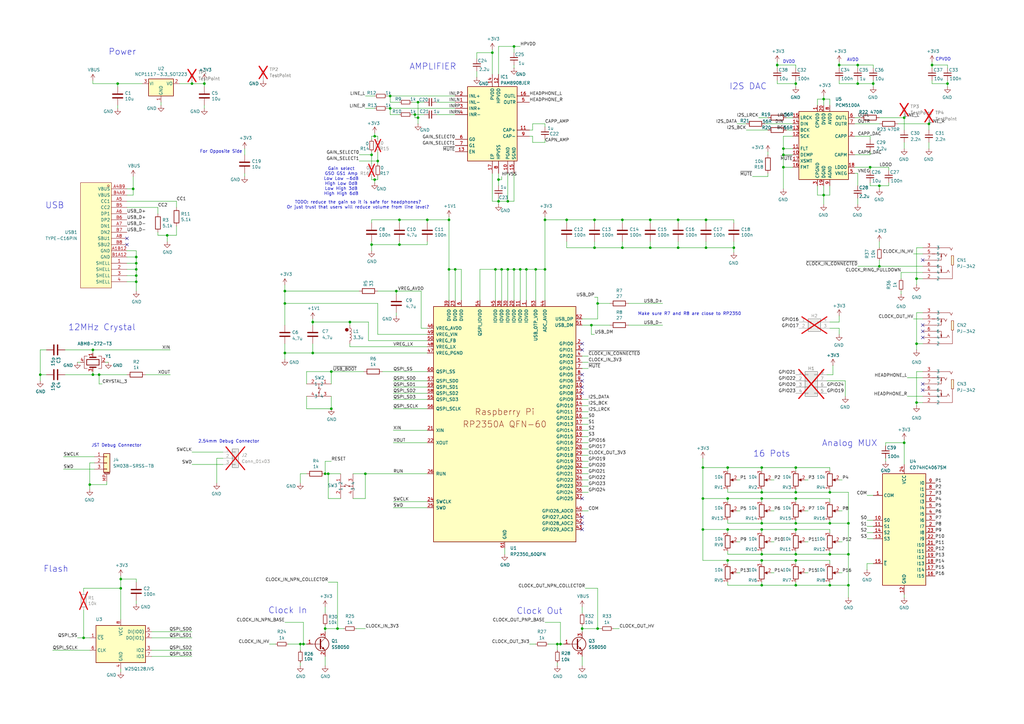
<source format=kicad_sch>
(kicad_sch (version 20231120) (generator "eeschema") (generator_version "8.0")
  (paper "A3")
  (junction (at 245.11 124.46))
  (junction (at 36.83 198.755))
  (junction (at 266.7 90.17))
  (junction (at 356.87 68.58))
  (junction (at 162.56 119.38))
  (junction (at 123.19 264.16))
  (junction (at 128.27 132.08))
  (junction (at 347.98 240.03))
  (junction (at 326.39 204.47))
  (junction (at 203.2 110.49))
  (junction (at 289.56 101.6))
  (junction (at 326.39 214.63))
  (junction (at 375.92 165.1))
  (junction (at 184.15 110.49))
  (junction (at 160.02 39.37))
  (junction (at 312.42 217.17))
  (junction (at 326.39 217.17))
  (junction (at 163.83 100.33))
  (junction (at 326.39 191.77))
  (junction (at 223.52 90.17))
  (junction (at 360.68 109.22))
  (junction (at 205.74 110.49))
  (junction (at 38.1 143.51))
  (junction (at 143.51 132.08))
  (junction (at 351.79 34.29))
  (junction (at 152.4 63.5))
  (junction (at 135.89 167.64))
  (junction (at 154.94 66.04))
  (junction (at 326.39 201.93))
  (junction (at 160.02 44.45))
  (junction (at 128.27 144.78))
  (junction (at 232.41 90.17))
  (junction (at 171.45 48.26))
  (junction (at 219.71 110.49))
  (junction (at 171.45 41.91))
  (junction (at 16.51 153.67))
  (junction (at 163.83 90.17))
  (junction (at 215.9 110.49))
  (junction (at 370.84 48.26))
  (junction (at 201.93 21.59))
  (junction (at 326.39 34.29))
  (junction (at 133.35 194.31))
  (junction (at 340.36 201.93))
  (junction (at 360.68 76.2))
  (junction (at 318.77 26.67))
  (junction (at 278.13 101.6))
  (junction (at 312.42 191.77))
  (junction (at 228.6 264.16))
  (junction (at 55.88 115.57))
  (junction (at 351.79 26.67))
  (junction (at 381 50.8))
  (junction (at 300.99 101.6))
  (junction (at 298.45 229.87))
  (junction (at 347.98 214.63))
  (junction (at 34.29 261.62))
  (junction (at 153.67 55.88))
  (junction (at 255.27 101.6))
  (junction (at 134.62 194.31))
  (junction (at 213.36 110.49))
  (junction (at 49.53 237.49))
  (junction (at 288.29 191.77))
  (junction (at 208.28 110.49))
  (junction (at 54.61 77.47))
  (junction (at 55.88 105.41))
  (junction (at 138.43 257.81))
  (junction (at 326.39 227.33))
  (junction (at 298.45 217.17))
  (junction (at 245.11 257.81))
  (junction (at 184.15 90.17))
  (junction (at 298.45 191.77))
  (junction (at 49.53 241.3))
  (junction (at 116.84 144.78))
  (junction (at 135.89 152.4))
  (junction (at 289.56 90.17))
  (junction (at 266.7 101.6))
  (junction (at 278.13 90.17))
  (junction (at 55.88 110.49))
  (junction (at 204.47 82.55))
  (junction (at 204.47 73.66))
  (junction (at 48.26 34.29))
  (junction (at 55.88 113.03))
  (junction (at 288.29 204.47))
  (junction (at 238.76 257.81))
  (junction (at 175.26 90.17))
  (junction (at 312.42 214.63))
  (junction (at 370.84 181.61))
  (junction (at 340.36 240.03))
  (junction (at 358.14 34.29))
  (junction (at 312.42 227.33))
  (junction (at 321.31 60.96))
  (junction (at 337.82 40.64))
  (junction (at 312.42 204.47))
  (junction (at 68.58 96.52))
  (junction (at 388.62 34.29))
  (junction (at 298.45 204.47))
  (junction (at 340.36 214.63))
  (junction (at 243.84 90.17))
  (junction (at 326.39 229.87))
  (junction (at 149.86 194.31))
  (junction (at 38.1 153.67))
  (junction (at 312.42 229.87))
  (junction (at 312.42 201.93))
  (junction (at 242.57 133.35))
  (junction (at 243.84 101.6))
  (junction (at 208.28 82.55))
  (junction (at 223.52 110.49))
  (junction (at 375.92 140.97))
  (junction (at 210.82 19.05))
  (junction (at 133.35 257.81))
  (junction (at 40.64 153.67))
  (junction (at 321.31 68.58))
  (junction (at 382.27 26.67))
  (junction (at 375.92 114.3))
  (junction (at 116.84 119.38))
  (junction (at 153.67 73.66))
  (junction (at 326.39 240.03))
  (junction (at 186.69 110.49))
  (junction (at 255.27 90.17))
  (junction (at 337.82 80.01))
  (junction (at 344.17 26.67))
  (junction (at 312.42 240.03))
  (junction (at 321.31 63.5))
  (junction (at 55.88 107.95))
  (junction (at 78.74 34.29))
  (junction (at 124.46 264.16))
  (junction (at 347.98 227.33))
  (junction (at 83.82 34.29))
  (junction (at 340.36 227.33))
  (junction (at 170.18 46.99))
  (junction (at 210.82 110.49))
  (junction (at 116.84 124.46))
  (junction (at 152.4 100.33))
  (junction (at 288.29 217.17))
  (junction (at 229.87 264.16))
  (no_connect (at 378.46 160.02))
  (no_connect (at 238.76 214.63))
  (no_connect (at 238.76 161.29))
  (no_connect (at 238.76 140.97))
  (no_connect (at 378.46 133.35))
  (no_connect (at 52.07 97.79))
  (no_connect (at 238.76 143.51))
  (no_connect (at 238.76 156.21))
  (no_connect (at 378.46 138.43))
  (no_connect (at 378.46 106.68))
  (no_connect (at 238.76 212.09))
  (no_connect (at 238.76 158.75))
  (no_connect (at 238.76 153.67))
  (no_connect (at 238.76 217.17))
  (no_connect (at 378.46 135.89))
  (no_connect (at 378.46 157.48))
  (no_connect (at 238.76 204.47))
  (no_connect (at 52.07 100.33))
  (wire (pts (xy 54.61 77.47) (xy 54.61 80.01)))
  (wire (pts (xy 162.56 129.54) (xy 162.56 128.27)))
  (wire (pts (xy 154.94 124.46) (xy 154.94 137.16)))
  (wire (pts (xy 369.57 111.76) (xy 369.57 114.3)))
  (wire (pts (xy 360.68 109.22) (xy 360.68 106.68)))
  (wire (pts (xy 351.79 26.67) (xy 358.14 26.67)))
  (wire (pts (xy 36.83 189.865) (xy 36.83 198.755)))
  (wire (pts (xy 318.77 34.29) (xy 326.39 34.29)))
  (wire (pts (xy 344.17 25.4) (xy 344.17 26.67)))
  (wire (pts (xy 163.83 90.17) (xy 175.26 90.17)))
  (wire (pts (xy 52.07 82.55) (xy 72.39 82.55)))
  (wire (pts (xy 350.52 48.26) (xy 353.06 48.26)))
  (wire (pts (xy 83.82 34.29) (xy 83.82 33.02)))
  (wire (pts (xy 368.3 50.8) (xy 381 50.8)))
  (wire (pts (xy 116.84 255.27) (xy 124.46 255.27)))
  (wire (pts (xy 38.1 144.78) (xy 38.1 143.51)))
  (wire (pts (xy 64.77 96.52) (xy 68.58 96.52)))
  (wire (pts (xy 243.84 91.44) (xy 243.84 90.17)))
  (wire (pts (xy 238.76 269.24) (xy 238.76 273.05)))
  (wire (pts (xy 243.84 99.06) (xy 243.84 101.6)))
  (wire (pts (xy 154.94 62.23) (xy 154.94 66.04)))
  (wire (pts (xy 172.72 119.38) (xy 172.72 134.62)))
  (wire (pts (xy 215.9 110.49) (xy 219.71 110.49)))
  (wire (pts (xy 375.92 114.3) (xy 375.92 116.84)))
  (wire (pts (xy 163.83 91.44) (xy 163.83 90.17)))
  (wire (pts (xy 175.26 167.64) (xy 161.29 167.64)))
  (wire (pts (xy 125.73 162.56) (xy 125.73 167.64)))
  (wire (pts (xy 163.83 100.33) (xy 175.26 100.33)))
  (wire (pts (xy 312.42 226.06) (xy 312.42 227.33)))
  (wire (pts (xy 152.4 57.15) (xy 152.4 55.88)))
  (wire (pts (xy 160.02 44.45) (xy 186.69 44.45)))
  (wire (pts (xy 360.68 76.2) (xy 364.49 76.2)))
  (wire (pts (xy 238.76 257.81) (xy 238.76 259.08)))
  (wire (pts (xy 134.62 204.47) (xy 139.7 204.47)))
  (wire (pts (xy 152.4 99.06) (xy 152.4 100.33)))
  (wire (pts (xy 355.6 218.44) (xy 358.14 218.44)))
  (wire (pts (xy 38.1 33.02) (xy 38.1 34.29)))
  (wire (pts (xy 162.56 119.38) (xy 172.72 119.38)))
  (wire (pts (xy 358.14 34.29) (xy 358.14 35.56)))
  (wire (pts (xy 133.35 194.31) (xy 134.62 194.31)))
  (wire (pts (xy 340.36 226.06) (xy 340.36 227.33)))
  (wire (pts (xy 255.27 91.44) (xy 255.27 90.17)))
  (wire (pts (xy 175.26 205.74) (xy 161.29 205.74)))
  (wire (pts (xy 228.6 264.16) (xy 228.6 266.7)))
  (wire (pts (xy 337.82 76.2) (xy 337.82 80.01)))
  (wire (pts (xy 312.42 201.93) (xy 326.39 201.93)))
  (wire (pts (xy 116.84 119.38) (xy 116.84 124.46)))
  (wire (pts (xy 232.41 91.44) (xy 232.41 90.17)))
  (wire (pts (xy 38.1 153.67) (xy 40.64 153.67)))
  (wire (pts (xy 135.89 152.4) (xy 149.225 152.4)))
  (wire (pts (xy 232.41 99.06) (xy 232.41 101.6)))
  (wire (pts (xy 173.99 41.91) (xy 171.45 41.91)))
  (wire (pts (xy 116.84 124.46) (xy 154.94 124.46)))
  (wire (pts (xy 242.57 133.35) (xy 250.19 133.35)))
  (wire (pts (xy 78.74 185.42) (xy 91.44 185.42)))
  (wire (pts (xy 116.84 124.46) (xy 116.84 133.35)))
  (wire (pts (xy 355.6 231.14) (xy 358.14 231.14)))
  (wire (pts (xy 55.88 102.87) (xy 55.88 105.41)))
  (wire (pts (xy 153.67 55.88) (xy 153.67 54.61)))
  (wire (pts (xy 326.39 204.47) (xy 340.36 204.47)))
  (wire (pts (xy 238.76 179.07) (xy 241.3 179.07)))
  (wire (pts (xy 16.51 153.67) (xy 16.51 156.21)))
  (wire (pts (xy 388.62 34.29) (xy 388.62 35.56)))
  (wire (pts (xy 340.36 201.93) (xy 347.98 201.93)))
  (wire (pts (xy 311.15 48.26) (xy 314.96 48.26)))
  (wire (pts (xy 321.31 68.58) (xy 325.12 68.58)))
  (wire (pts (xy 326.39 191.77) (xy 326.39 193.04)))
  (wire (pts (xy 346.71 156.21) (xy 346.71 162.56)))
  (wire (pts (xy 382.27 26.67) (xy 382.27 27.94)))
  (wire (pts (xy 208.28 123.19) (xy 208.28 110.49)))
  (wire (pts (xy 322.58 53.34) (xy 325.12 53.34)))
  (wire (pts (xy 218.44 50.8) (xy 218.44 53.34)))
  (wire (pts (xy 41.91 157.48) (xy 40.64 157.48)))
  (wire (pts (xy 163.83 41.91) (xy 160.02 41.91)))
  (wire (pts (xy 135.89 152.4) (xy 135.89 157.48)))
  (wire (pts (xy 238.76 201.93) (xy 241.3 201.93)))
  (wire (pts (xy 196.85 123.19) (xy 196.85 110.49)))
  (wire (pts (xy 344.17 132.08) (xy 344.17 129.54)))
  (wire (pts (xy 238.76 209.55) (xy 241.3 209.55)))
  (wire (pts (xy 326.39 227.33) (xy 340.36 227.33)))
  (wire (pts (xy 158.75 39.37) (xy 160.02 39.37)))
  (wire (pts (xy 326.39 213.36) (xy 326.39 214.63)))
  (wire (pts (xy 326.39 238.76) (xy 326.39 240.03)))
  (wire (pts (xy 210.82 71.12) (xy 210.82 82.55)))
  (wire (pts (xy 152.4 72.39) (xy 152.4 73.66)))
  (wire (pts (xy 170.18 46.99) (xy 173.99 46.99)))
  (wire (pts (xy 21.59 266.7) (xy 36.83 266.7)))
  (wire (pts (xy 134.62 204.47) (xy 134.62 194.31)))
  (wire (pts (xy 49.53 236.22) (xy 49.53 237.49)))
  (wire (pts (xy 360.68 48.26) (xy 370.84 48.26)))
  (wire (pts (xy 16.51 143.51) (xy 16.51 153.67)))
  (wire (pts (xy 298.45 240.03) (xy 312.42 240.03)))
  (wire (pts (xy 219.71 110.49) (xy 223.52 110.49)))
  (wire (pts (xy 160.02 39.37) (xy 186.69 39.37)))
  (wire (pts (xy 330.2 234.95) (xy 331.47 234.95)))
  (wire (pts (xy 245.11 241.3) (xy 245.11 257.81)))
  (wire (pts (xy 88.9 187.96) (xy 91.44 187.96)))
  (wire (pts (xy 288.29 204.47) (xy 288.29 217.17)))
  (wire (pts (xy 312.42 191.77) (xy 326.39 191.77)))
  (wire (pts (xy 238.76 256.54) (xy 238.76 257.81)))
  (wire (pts (xy 375.92 101.6) (xy 375.92 114.3)))
  (wire (pts (xy 266.7 90.17) (xy 278.13 90.17)))
  (wire (pts (xy 19.05 143.51) (xy 16.51 143.51)))
  (wire (pts (xy 152.4 63.5) (xy 152.4 67.31)))
  (wire (pts (xy 314.96 71.12) (xy 314.96 72.39)))
  (wire (pts (xy 162.56 119.38) (xy 162.56 120.65)))
  (wire (pts (xy 278.13 101.6) (xy 266.7 101.6)))
  (wire (pts (xy 52.07 115.57) (xy 55.88 115.57)))
  (wire (pts (xy 238.76 196.85) (xy 241.3 196.85)))
  (wire (pts (xy 210.82 110.49) (xy 213.36 110.49)))
  (wire (pts (xy 133.35 189.23) (xy 133.35 194.31)))
  (wire (pts (xy 337.82 40.64) (xy 337.82 39.37)))
  (wire (pts (xy 229.87 255.27) (xy 229.87 264.16)))
  (wire (pts (xy 123.19 264.16) (xy 124.46 264.16)))
  (wire (pts (xy 350.52 68.58) (xy 356.87 68.58)))
  (wire (pts (xy 298.45 217.17) (xy 312.42 217.17)))
  (wire (pts (xy 243.84 101.6) (xy 232.41 101.6)))
  (wire (pts (xy 278.13 99.06) (xy 278.13 101.6)))
  (wire (pts (xy 184.15 90.17) (xy 184.15 110.49)))
  (wire (pts (xy 205.74 110.49) (xy 208.28 110.49)))
  (wire (pts (xy 302.26 222.25) (xy 303.53 222.25)))
  (wire (pts (xy 78.74 34.29) (xy 83.82 34.29)))
  (wire (pts (xy 335.28 40.64) (xy 337.82 40.64)))
  (wire (pts (xy 210.82 123.19) (xy 210.82 110.49)))
  (wire (pts (xy 34.29 241.3) (xy 49.53 241.3)))
  (wire (pts (xy 154.94 137.16) (xy 175.26 137.16)))
  (wire (pts (xy 340.36 76.2) (xy 340.36 80.01)))
  (wire (pts (xy 195.58 21.59) (xy 201.93 21.59)))
  (wire (pts (xy 312.42 238.76) (xy 312.42 240.03)))
  (wire (pts (xy 118.11 264.16) (xy 123.19 264.16)))
  (wire (pts (xy 288.29 229.87) (xy 298.45 229.87)))
  (wire (pts (xy 312.42 217.17) (xy 312.42 218.44)))
  (wire (pts (xy 208.28 110.49) (xy 210.82 110.49)))
  (wire (pts (xy 298.45 191.77) (xy 312.42 191.77)))
  (wire (pts (xy 318.77 33.02) (xy 318.77 34.29)))
  (wire (pts (xy 375.92 128.27) (xy 375.92 140.97)))
  (wire (pts (xy 210.82 19.05) (xy 213.36 19.05)))
  (wire (pts (xy 48.26 35.56) (xy 48.26 34.29)))
  (wire (pts (xy 116.84 116.84) (xy 116.84 119.38)))
  (wire (pts (xy 179.07 41.91) (xy 186.69 41.91)))
  (wire (pts (xy 116.84 144.78) (xy 128.27 144.78)))
  (wire (pts (xy 125.73 194.31) (xy 123.19 194.31)))
  (wire (pts (xy 351.79 34.29) (xy 358.14 34.29)))
  (wire (pts (xy 134.62 194.31) (xy 139.7 194.31)))
  (wire (pts (xy 243.84 90.17) (xy 255.27 90.17)))
  (wire (pts (xy 34.29 242.57) (xy 34.29 241.3)))
  (wire (pts (xy 128.27 133.35) (xy 128.27 132.08)))
  (wire (pts (xy 52.07 77.47) (xy 54.61 77.47)))
  (wire (pts (xy 238.76 168.91) (xy 241.3 168.91)))
  (wire (pts (xy 62.23 269.24) (xy 78.74 269.24)))
  (wire (pts (xy 298.45 204.47) (xy 298.45 205.74)))
  (wire (pts (xy 175.26 152.4) (xy 156.845 152.4)))
  (wire (pts (xy 152.4 91.44) (xy 152.4 90.17)))
  (wire (pts (xy 372.11 154.94) (xy 378.46 154.94)))
  (wire (pts (xy 356.87 74.93) (xy 356.87 76.2)))
  (wire (pts (xy 123.19 271.78) (xy 123.19 273.05)))
  (wire (pts (xy 116.84 140.97) (xy 116.84 144.78)))
  (wire (pts (xy 344.17 209.55) (xy 345.44 209.55)))
  (wire (pts (xy 208.28 82.55) (xy 204.47 82.55)))
  (wire (pts (xy 238.76 191.77) (xy 241.3 191.77)))
  (wire (pts (xy 306.07 53.34) (xy 314.96 53.34)))
  (wire (pts (xy 340.36 227.33) (xy 347.98 227.33)))
  (wire (pts (xy 133.35 257.81) (xy 138.43 257.81)))
  (wire (pts (xy 146.05 257.81) (xy 149.86 257.81)))
  (wire (pts (xy 350.52 55.88) (xy 356.87 55.88)))
  (wire (pts (xy 43.815 197.485) (xy 43.815 198.755)))
  (wire (pts (xy 321.31 55.88) (xy 321.31 60.96)))
  (wire (pts (xy 378.46 165.1) (xy 375.92 165.1)))
  (wire (pts (xy 52.07 102.87) (xy 55.88 102.87)))
  (wire (pts (xy 312.42 191.77) (xy 312.42 193.04)))
  (wire (pts (xy 340.36 43.18) (xy 340.36 40.64)))
  (wire (pts (xy 204.47 73.66) (xy 204.47 76.2)))
  (wire (pts (xy 175.26 139.7) (xy 151.13 139.7)))
  (wire (pts (xy 340.36 132.08) (xy 344.17 132.08)))
  (wire (pts (xy 34.29 250.19) (xy 34.29 261.62)))
  (wire (pts (xy 49.53 274.32) (xy 49.53 275.59)))
  (wire (pts (xy 64.77 85.09) (xy 64.77 87.63)))
  (wire (pts (xy 171.45 48.26) (xy 171.45 50.8)))
  (wire (pts (xy 388.62 27.94) (xy 388.62 26.67)))
  (wire (pts (xy 228.6 264.16) (xy 229.87 264.16)))
  (wire (pts (xy 133.35 257.81) (xy 133.35 259.08)))
  (wire (pts (xy 55.88 115.57) (xy 55.88 119.38)))
  (wire (pts (xy 326.39 200.66) (xy 326.39 201.93)))
  (wire (pts (xy 204.47 30.48) (xy 204.47 19.05)))
  (wire (pts (xy 298.45 227.33) (xy 312.42 227.33)))
  (wire (pts (xy 26.035 192.405) (xy 38.735 192.405)))
  (wire (pts (xy 356.87 68.58) (xy 356.87 69.85)))
  (wire (pts (xy 240.03 241.3) (xy 245.11 241.3)))
  (wire (pts (xy 321.31 63.5) (xy 321.31 68.58)))
  (wire (pts (xy 154.94 72.39) (xy 154.94 73.66)))
  (wire (pts (xy 40.64 157.48) (xy 40.64 153.67)))
  (wire (pts (xy 257.81 133.35) (xy 271.78 133.35)))
  (wire (pts (xy 358.14 34.29) (xy 358.14 33.02)))
  (wire (pts (xy 388.62 34.29) (xy 388.62 33.02)))
  (wire (pts (xy 184.15 110.49) (xy 184.15 123.19)))
  (wire (pts (xy 298.45 213.36) (xy 298.45 214.63)))
  (wire (pts (xy 205.74 72.39) (xy 205.74 73.66)))
  (wire (pts (xy 125.73 152.4) (xy 125.73 157.48)))
  (wire (pts (xy 228.6 271.78) (xy 228.6 273.05)))
  (wire (pts (xy 34.29 261.62) (xy 36.83 261.62)))
  (wire (pts (xy 52.07 113.03) (xy 55.88 113.03)))
  (wire (pts (xy 223.52 110.49) (xy 223.52 123.19)))
  (wire (pts (xy 72.39 96.52) (xy 68.58 96.52)))
  (wire (pts (xy 326.39 217.17) (xy 326.39 218.44)))
  (wire (pts (xy 245.11 257.81) (xy 246.38 257.81)))
  (wire (pts (xy 128.27 130.81) (xy 128.27 132.08)))
  (wire (pts (xy 59.69 153.67) (xy 69.85 153.67)))
  (wire (pts (xy 321.31 60.96) (xy 321.31 63.5)))
  (wire (pts (xy 26.67 153.67) (xy 38.1 153.67)))
  (wire (pts (xy 128.27 144.78) (xy 175.26 144.78)))
  (wire (pts (xy 312.42 213.36) (xy 312.42 214.63)))
  (wire (pts (xy 116.84 144.78) (xy 116.84 147.32)))
  (wire (pts (xy 38.1 34.29) (xy 48.26 34.29)))
  (wire (pts (xy 19.05 153.67) (xy 16.51 153.67)))
  (wire (pts (xy 312.42 204.47) (xy 326.39 204.47)))
  (wire (pts (xy 312.42 227.33) (xy 326.39 227.33)))
  (wire (pts (xy 116.84 119.38) (xy 147.32 119.38)))
  (wire (pts (xy 55.88 107.95) (xy 55.88 110.49)))
  (wire (pts (xy 49.53 241.3) (xy 49.53 254)))
  (wire (pts (xy 144.78 194.31) (xy 149.86 194.31)))
  (wire (pts (xy 308.61 72.39) (xy 314.96 72.39)))
  (wire (pts (xy 205.74 73.66) (xy 204.47 73.66)))
  (wire (pts (xy 318.77 26.67) (xy 318.77 27.94)))
  (wire (pts (xy 374.65 104.14) (xy 378.46 104.14)))
  (wire (pts (xy 152.4 100.33) (xy 152.4 102.87)))
  (wire (pts (xy 213.36 110.49) (xy 215.9 110.49)))
  (wire (pts (xy 370.84 180.34) (xy 370.84 181.61)))
  (wire (pts (xy 73.66 34.29) (xy 78.74 34.29)))
  (wire (pts (xy 369.57 111.76) (xy 378.46 111.76)))
  (wire (pts (xy 340.36 240.03) (xy 347.98 240.03)))
  (wire (pts (xy 163.83 99.06) (xy 163.83 100.33)))
  (wire (pts (xy 278.13 90.17) (xy 289.56 90.17)))
  (wire (pts (xy 88.9 187.96) (xy 88.9 198.12)))
  (wire (pts (xy 238.76 181.61) (xy 241.3 181.61)))
  (wire (pts (xy 168.91 46.99) (xy 170.18 46.99)))
  (wire (pts (xy 335.28 43.18) (xy 335.28 40.64)))
  (wire (pts (xy 340.36 231.14) (xy 340.36 229.87)))
  (wire (pts (xy 298.45 201.93) (xy 312.42 201.93)))
  (wire (pts (xy 238.76 171.45) (xy 241.3 171.45)))
  (wire (pts (xy 298.45 229.87) (xy 298.45 231.14)))
  (wire (pts (xy 223.52 57.15) (xy 223.52 58.42)))
  (wire (pts (xy 312.42 204.47) (xy 312.42 205.74)))
  (wire (pts (xy 302.26 50.8) (xy 306.07 50.8)))
  (wire (pts (xy 340.36 40.64) (xy 337.82 40.64)))
  (wire (pts (xy 49.53 237.49) (xy 49.53 241.3)))
  (wire (pts (xy 300.99 99.06) (xy 300.99 101.6)))
  (wire (pts (xy 298.45 214.63) (xy 312.42 214.63)))
  (wire (pts (xy 147.32 63.5) (xy 152.4 63.5)))
  (wire (pts (xy 152.4 63.5) (xy 152.4 62.23)))
  (wire (pts (xy 218.44 58.42) (xy 218.44 55.88)))
  (wire (pts (xy 62.23 266.7) (xy 78.74 266.7)))
  (wire (pts (xy 161.29 176.53) (xy 175.26 176.53)))
  (wire (pts (xy 207.01 224.79) (xy 207.01 227.33)))
  (wire (pts (xy 344.17 26.67) (xy 344.17 27.94)))
  (wire (pts (xy 238.76 176.53) (xy 241.3 176.53)))
  (wire (pts (xy 147.32 66.04) (xy 154.94 66.04)))
  (wire (pts (xy 149.86 44.45) (xy 153.67 44.45)))
  (wire (pts (xy 340.36 193.04) (xy 340.36 191.77)))
  (wire (pts (xy 161.29 161.29) (xy 175.26 161.29)))
  (wire (pts (xy 31.75 148.59) (xy 33.02 148.59)))
  (wire (pts (xy 204.47 71.12) (xy 204.47 73.66)))
  (wire (pts (xy 133.35 248.92) (xy 133.35 251.46)))
  (wire (pts (xy 48.26 43.18) (xy 48.26 44.45)))
  (wire (pts (xy 326.39 214.63) (xy 340.36 214.63)))
  (wire (pts (xy 189.23 110.49) (xy 189.23 123.19)))
  (wire (pts (xy 378.46 128.27) (xy 375.92 128.27)))
  (wire (pts (xy 381 58.42) (xy 381 60.96)))
  (wire (pts (xy 203.2 123.19) (xy 203.2 110.49)))
  (wire (pts (xy 135.89 189.23) (xy 133.35 189.23)))
  (wire (pts (xy 54.61 72.39) (xy 54.61 77.47)))
  (wire (pts (xy 302.26 196.85) (xy 303.53 196.85)))
  (wire (pts (xy 350.52 63.5) (xy 356.87 63.5)))
  (wire (pts (xy 223.52 52.07) (xy 223.52 50.8)))
  (wire (pts (xy 152.4 90.17) (xy 163.83 90.17)))
  (wire (pts (xy 124.46 255.27) (xy 124.46 264.16)))
  (wire (pts (xy 325.12 60.96) (xy 321.31 60.96)))
  (wire (pts (xy 151.13 139.7) (xy 151.13 132.08)))
  (wire (pts (xy 372.11 162.56) (xy 378.46 162.56)))
  (wire (pts (xy 356.87 55.88) (xy 356.87 57.15)))
  (wire (pts (xy 341.63 149.86) (xy 341.63 153.67)))
  (wire (pts (xy 318.77 25.4) (xy 318.77 26.67)))
  (wire (pts (xy 370.84 243.84) (xy 370.84 245.11)))
  (wire (pts (xy 55.88 237.49) (xy 49.53 237.49)))
  (wire (pts (xy 238.76 163.83) (xy 241.3 163.83)))
  (wire (pts (xy 123.19 264.16) (xy 123.19 266.7)))
  (wire (pts (xy 289.56 91.44) (xy 289.56 90.17)))
  (wire (pts (xy 161.29 156.21) (xy 175.26 156.21)))
  (wire (pts (xy 351.79 81.28) (xy 351.79 83.82)))
  (wire (pts (xy 325.12 55.88) (xy 321.31 55.88)))
  (wire (pts (xy 245.11 124.46) (xy 245.11 130.81)))
  (wire (pts (xy 138.43 257.81) (xy 140.97 257.81)))
  (wire (pts (xy 55.88 113.03) (xy 55.88 115.57)))
  (wire (pts (xy 375.92 140.97) (xy 375.92 143.51)))
  (wire (pts (xy 288.29 191.77) (xy 288.29 204.47)))
  (wire (pts (xy 266.7 99.06) (xy 266.7 101.6)))
  (wire (pts (xy 370.84 48.26) (xy 370.84 53.34)))
  (wire (pts (xy 125.73 167.64) (xy 135.89 167.64)))
  (wire (pts (xy 223.52 88.9) (xy 223.52 90.17)))
  (wire (pts (xy 266.7 91.44) (xy 266.7 90.17)))
  (wire (pts (xy 152.4 55.88) (xy 153.67 55.88)))
  (wire (pts (xy 154.94 119.38) (xy 162.56 119.38)))
  (wire (pts (xy 363.22 181.61) (xy 370.84 181.61)))
  (wire (pts (xy 161.29 158.75) (xy 175.26 158.75)))
  (wire (pts (xy 170.18 46.99) (xy 170.18 48.26)))
  (wire (pts (xy 326.39 33.02) (xy 326.39 34.29)))
  (wire (pts (xy 288.29 191.77) (xy 298.45 191.77)))
  (wire (pts (xy 160.02 41.91) (xy 160.02 39.37)))
  (wire (pts (xy 161.29 163.83) (xy 175.26 163.83)))
  (wire (pts (xy 344.17 196.85) (xy 345.44 196.85)))
  (wire (pts (xy 344.17 26.67) (xy 351.79 26.67)))
  (wire (pts (xy 278.13 91.44) (xy 278.13 90.17)))
  (wire (pts (xy 312.42 229.87) (xy 312.42 231.14)))
  (wire (pts (xy 337.82 80.01) (xy 340.36 80.01)))
  (wire (pts (xy 201.93 20.32) (xy 201.93 21.59)))
  (wire (pts (xy 340.36 200.66) (xy 340.36 201.93)))
  (wire (pts (xy 135.89 162.56) (xy 135.89 167.64)))
  (wire (pts (xy 289.56 101.6) (xy 278.13 101.6)))
  (wire (pts (xy 55.88 238.76) (xy 55.88 237.49)))
  (wire (pts (xy 100.33 60.96) (xy 100.33 63.5)))
  (wire (pts (xy 382.27 25.4) (xy 382.27 26.67)))
  (wire (pts (xy 298.45 226.06) (xy 298.45 227.33)))
  (wire (pts (xy 288.29 187.96) (xy 288.29 191.77)))
  (wire (pts (xy 375.92 114.3) (xy 378.46 114.3)))
  (wire (pts (xy 175.26 90.17) (xy 184.15 90.17)))
  (wire (pts (xy 154.94 66.04) (xy 154.94 67.31)))
  (wire (pts (xy 158.75 44.45) (xy 160.02 44.45)))
  (wire (pts (xy 255.27 90.17) (xy 266.7 90.17)))
  (wire (pts (xy 347.98 240.03) (xy 347.98 245.11)))
  (wire (pts (xy 347.98 201.93) (xy 347.98 214.63)))
  (wire (pts (xy 52.07 107.95) (xy 55.88 107.95)))
  (wire (pts (xy 266.7 101.6) (xy 255.27 101.6)))
  (wire (pts (xy 312.42 229.87) (xy 326.39 229.87)))
  (wire (pts (xy 201.93 21.59) (xy 201.93 30.48)))
  (wire (pts (xy 312.42 200.66) (xy 312.42 201.93)))
  (wire (pts (xy 238.76 194.31) (xy 241.3 194.31)))
  (wire (pts (xy 223.52 90.17) (xy 232.41 90.17)))
  (wire (pts (xy 143.51 142.24) (xy 175.26 142.24)))
  (wire (pts (xy 128.27 140.97) (xy 128.27 144.78)))
  (wire (pts (xy 52.07 110.49) (xy 55.88 110.49)))
  (wire (pts (xy 52.07 85.09) (xy 64.77 85.09)))
  (wire (pts (xy 356.87 68.58) (xy 364.49 68.58)))
  (wire (pts (xy 321.31 68.58) (xy 321.31 77.47)))
  (wire (pts (xy 316.23 209.55) (xy 317.5 209.55)))
  (wire (pts (xy 382.27 34.29) (xy 388.62 34.29)))
  (wire (pts (xy 124.46 264.16) (xy 125.73 264.16)))
  (wire (pts (xy 330.2 222.25) (xy 331.47 222.25)))
  (wire (pts (xy 355.6 213.36) (xy 358.14 213.36)))
  (wire (pts (xy 128.27 132.08) (xy 143.51 132.08)))
  (wire (pts (xy 229.87 264.16) (xy 231.14 264.16)))
  (wire (pts (xy 223.52 50.8) (xy 218.44 50.8)))
  (wire (pts (xy 154.94 73.66) (xy 153.67 73.66)))
  (wire (pts (xy 154.94 57.15) (xy 154.94 55.88)))
  (wire (pts (xy 378.46 101.6) (xy 375.92 101.6)))
  (wire (pts (xy 255.27 99.06) (xy 255.27 101.6)))
  (wire (pts (xy 344.17 34.29) (xy 351.79 34.29)))
  (wire (pts (xy 344.17 222.25) (xy 345.44 222.25)))
  (wire (pts (xy 356.87 76.2) (xy 360.68 76.2)))
  (wire (pts (xy 175.26 208.28) (xy 161.29 208.28)))
  (wire (pts (xy 133.35 256.54) (xy 133.35 257.81)))
  (wire (pts (xy 344.17 33.02) (xy 344.17 34.29)))
  (wire (pts (xy 245.11 124.46) (xy 250.19 124.46)))
  (wire (pts (xy 204.47 19.05) (xy 210.82 19.05)))
  (wire (pts (xy 381 50.8) (xy 381 53.34)))
  (wire (pts (xy 210.82 19.05) (xy 210.82 21.59)))
  (wire (pts (xy 313.69 50.8) (xy 325.12 50.8)))
  (wire (pts (xy 125.73 152.4) (xy 135.89 152.4)))
  (wire (pts (xy 316.23 196.85) (xy 317.5 196.85)))
  (wire (pts (xy 378.46 152.4) (xy 375.92 152.4)))
  (wire (pts (xy 335.28 76.2) (xy 335.28 80.01)))
  (wire (pts (xy 186.69 110.49) (xy 189.23 110.49)))
  (wire (pts (xy 153.67 73.66) (xy 153.67 74.93)))
  (wire (pts (xy 355.6 203.2) (xy 358.14 203.2)))
  (wire (pts (xy 322.58 48.26) (xy 325.12 48.26)))
  (wire (pts (xy 340.36 214.63) (xy 347.98 214.63)))
  (wire (pts (xy 360.68 99.06) (xy 360.68 101.6)))
  (wire (pts (xy 170.18 48.26) (xy 171.45 48.26)))
  (wire (pts (xy 43.18 148.59) (xy 44.45 148.59)))
  (wire (pts (xy 375.92 152.4) (xy 375.92 165.1)))
  (wire (pts (xy 205.74 123.19) (xy 205.74 110.49)))
  (wire (pts (xy 355.6 220.98) (xy 358.14 220.98)))
  (wire (pts (xy 344.17 134.62) (xy 344.17 137.16)))
  (wire (pts (xy 36.83 198.755) (xy 43.815 198.755)))
  (wire (pts (xy 52.07 105.41) (xy 55.88 105.41)))
  (wire (pts (xy 358.14 26.67) (xy 358.14 27.94)))
  (wire (pts (xy 326.39 191.77) (xy 340.36 191.77)))
  (wire (pts (xy 330.2 196.85) (xy 331.47 196.85)))
  (wire (pts (xy 363.22 182.88) (xy 363.22 181.61)))
  (wire (pts (xy 356.87 63.5) (xy 356.87 62.23)))
  (wire (pts (xy 133.35 269.24) (xy 133.35 273.05)))
  (wire (pts (xy 257.81 124.46) (xy 271.78 124.46)))
  (wire (pts (xy 195.58 24.13) (xy 195.58 21.59)))
  (wire (pts (xy 152.4 73.66) (xy 153.67 73.66)))
  (wire (pts (xy 312.42 214.63) (xy 326.39 214.63)))
  (wire (pts (xy 219.71 123.19) (xy 219.71 110.49)))
  (wire (pts (xy 298.45 204.47) (xy 312.42 204.47)))
  (wire (pts (xy 302.26 234.95) (xy 303.53 234.95)))
  (wire (pts (xy 31.75 261.62) (xy 34.29 261.62)))
  (wire (pts (xy 184.15 88.9) (xy 184.15 90.17)))
  (wire (pts (xy 149.86 194.31) (xy 175.26 194.31)))
  (wire (pts (xy 288.29 217.17) (xy 288.29 229.87)))
  (wire (pts (xy 26.035 187.325) (xy 38.735 187.325)))
  (wire (pts (xy 238.76 148.59) (xy 241.3 148.59)))
  (wire (pts (xy 340.36 238.76) (xy 340.36 240.03)))
  (wire (pts (xy 289.56 101.6) (xy 300.99 101.6)))
  (wire (pts (xy 201.93 71.12) (xy 201.93 82.55)))
  (wire (pts (xy 300.99 101.6) (xy 300.99 103.505)))
  (wire (pts (xy 326.39 34.29) (xy 326.39 35.56)))
  (wire (pts (xy 223.52 58.42) (xy 218.44 58.42)))
  (wire (pts (xy 374.65 130.81) (xy 378.46 130.81)))
  (wire (pts (xy 143.51 142.24) (xy 143.51 140.97)))
  (wire (pts (xy 326.39 229.87) (xy 326.39 231.14)))
  (wire (pts (xy 52.07 80.01) (xy 54.61 80.01)))
  (wire (pts (xy 360.68 76.2) (xy 360.68 77.47)))
  (wire (pts (xy 316.23 234.95) (xy 317.5 234.95)))
  (wire (pts (xy 238.76 189.23) (xy 241.3 189.23)))
  (wire (pts (xy 351.79 26.67) (xy 351.79 27.94)))
  (wire (pts (xy 321.31 63.5) (xy 325.12 63.5)))
  (wire (pts (xy 364.49 68.58) (xy 364.49 69.85)))
  (wire (pts (xy 110.49 264.16) (xy 113.03 264.16)))
  (wire (pts (xy 217.17 55.88) (xy 218.44 55.88)))
  (wire (pts (xy 339.09 156.21) (xy 346.71 156.21)))
  (wire (pts (xy 326.39 204.47) (xy 326.39 205.74)))
  (wire (pts (xy 55.88 105.41) (xy 55.88 107.95)))
  (wire (pts (xy 298.45 238.76) (xy 298.45 240.03)))
  (wire (pts (xy 238.76 146.05) (xy 241.3 146.05)))
  (wire (pts (xy 316.23 222.25) (xy 317.5 222.25)))
  (wire (pts (xy 238.76 166.37) (xy 241.3 166.37)))
  (wire (pts (xy 201.93 82.55) (xy 204.47 82.55)))
  (wire (pts (xy 238.76 186.69) (xy 241.3 186.69)))
  (wire (pts (xy 382.27 33.02) (xy 382.27 34.29)))
  (wire (pts (xy 302.26 209.55) (xy 303.53 209.55)))
  (wire (pts (xy 251.46 257.81) (xy 254 257.81)))
  (wire (pts (xy 210.82 26.67) (xy 210.82 27.94)))
  (wire (pts (xy 289.56 90.17) (xy 300.99 90.17)))
  (wire (pts (xy 203.2 110.49) (xy 205.74 110.49)))
  (wire (pts (xy 213.36 123.19) (xy 213.36 110.49)))
  (wire (pts (xy 238.76 199.39) (xy 241.3 199.39)))
  (wire (pts (xy 335.28 80.01) (xy 337.82 80.01)))
  (wire (pts (xy 238.76 257.81) (xy 245.11 257.81)))
  (wire (pts (xy 143.51 132.08) (xy 143.51 133.35)))
  (wire (pts (xy 341.63 153.67) (xy 339.09 153.67)))
  (wire (pts (xy 66.04 41.91) (xy 66.04 43.18)))
  (wire (pts (xy 344.17 234.95) (xy 345.44 234.95)))
  (wire (pts (xy 78.74 190.5) (xy 91.44 190.5)))
  (wire (pts (xy 149.86 39.37) (xy 153.67 39.37)))
  (wire (pts (xy 326.39 226.06) (xy 326.39 227.33)))
  (wire (pts (xy 55.88 110.49) (xy 55.88 113.03)))
  (wire (pts (xy 217.17 53.34) (xy 218.44 53.34)))
  (wire (pts (xy 364.49 74.93) (xy 364.49 76.2)))
  (wire (pts (xy 350.52 50.8) (xy 360.68 50.8)))
  (wire (pts (xy 298.45 229.87) (xy 312.42 229.87)))
  (wire (pts (xy 378.46 140.97) (xy 375.92 140.97)))
  (wire (pts (xy 175.26 91.44) (xy 175.26 90.17)))
  (wire (pts (xy 208.28 71.12) (xy 208.28 82.55)))
  (wire (pts (xy 238.76 130.81) (xy 245.11 130.81)))
  (wire (pts (xy 64.77 95.25) (xy 64.77 96.52)))
  (wire (pts (xy 340.36 218.44) (xy 340.36 217.17)))
  (wire (pts (xy 288.29 204.47) (xy 298.45 204.47)))
  (wire (pts (xy 83.82 35.56) (xy 83.82 34.29)))
  (wire (pts (xy 255.27 101.6) (xy 243.84 101.6)))
  (wire (pts (xy 312.42 240.03) (xy 326.39 240.03)))
  (wire (pts (xy 152.4 100.33) (xy 163.83 100.33)))
  (wire (pts (xy 196.85 110.49) (xy 203.2 110.49)))
  (wire (pts (xy 351.79 109.22) (xy 360.68 109.22)))
  (wire (pts (xy 138.43 238.76) (xy 138.43 257.81)))
  (wire (pts (xy 378.46 109.22) (xy 360.68 109.22)))
  (wire (pts (xy 340.36 134.62) (xy 344.17 134.62)))
  (wire (pts (xy 355.6 215.9) (xy 358.14 215.9)))
  (wire (pts (xy 217.17 264.16) (xy 219.71 264.16)))
  (wire (pts (xy 326.39 229.87) (xy 340.36 229.87)))
  (wire (pts (xy 238.76 173.99) (xy 241.3 173.99)))
  (wire (pts (xy 298.45 200.66) (xy 298.45 201.93)))
  (wire (pts (xy 204.47 81.28) (xy 204.47 82.55)))
  (wire (pts (xy 243.84 137.16) (xy 242.57 137.16)))
  (wire (pts (xy 186.69 110.49) (xy 184.15 110.49)))
  (wire (pts (xy 58.42 34.29) (xy 48.26 34.29)))
  (wire (pts (xy 215.9 110.49) (xy 215.9 123.19)))
  (wire (pts (xy 223.52 255.27) (xy 229.87 255.27)))
  (wire (pts (xy 38.735 189.865) (xy 36.83 189.865)))
  (wire (pts (xy 351.79 33.02) (xy 351.79 34.29)))
  (wire (pts (xy 134.62 238.76) (xy 138.43 238.76)))
  (wire (pts (xy 326.39 240.03) (xy 340.36 240.03)))
  (wire (pts (xy 38.1 143.51) (xy 69.85 143.51)))
  (wire (pts (xy 363.22 187.96) (xy 363.22 189.23)))
  (wire (pts (xy 224.79 264.16) (xy 228.6 264.16)))
  (wire (pts (xy 149.86 204.47) (xy 149.86 194.31)))
  (wire (pts (xy 72.39 82.55) (xy 72.39 85.09)))
  (wire (pts (xy 160.02 46.99) (xy 160.02 44.45)))
  (wire (pts (xy 83.82 43.18) (xy 83.82 44.45)))
  (wire (pts (xy 245.11 121.92) (xy 245.11 124.46)))
  (wire (pts (xy 242.57 137.16) (xy 242.57 133.35)))
  (wire (pts (xy 375.92 165.1) (xy 375.92 166.37)))
  (wire (pts (xy 347.98 214.63) (xy 347.98 227.33)))
  (wire (pts (xy 298.45 191.77) (xy 298.45 193.04)))
  (wire (pts (xy 238.76 133.35) (xy 242.57 133.35)))
  (wire (pts (xy 337.82 80.01) (xy 337.82 83.82)))
  (wire (pts (xy 326.39 201.93) (xy 340.36 201.93)))
  (wire (pts (xy 337.82 40.64) (xy 337.82 43.18)))
  (wire (pts (xy 151.13 132.08) (xy 143.51 132.08)))
  (wire (pts (xy 123.19 194.31) (xy 123.19 198.12)))
  (wire (pts (xy 38.1 152.4) (xy 38.1 153.67)))
  (wire (pts (xy 195.58 29.21) (xy 195.58 31.75)))
  (wire (pts (xy 330.2 209.55) (xy 331.47 209.55)))
  (wire (pts (xy 223.52 90.17) (xy 223.52 110.49)))
  (wire (pts (xy 326.39 27.94) (xy 326.39 26.67)))
  (wire (pts (xy 369.57 119.38) (xy 369.57 120.65)))
  (wire (pts (xy 243.84 121.92) (xy 245.11 121.92)))
  (wire (pts (xy 388.62 26.67) (xy 382.27 26.67)))
  (wire (pts (xy 172.72 134.62) (xy 175.26 134.62)))
  (wire (pts (xy 238.76 151.13) (xy 241.3 151.13)))
  (wire (pts (xy 100.33 71.12) (xy 100.33 72.39)))
  (wire (pts (xy 62.23 259.08) (xy 78.74 259.08)))
  (wire (pts (xy 232.41 90.17) (xy 243.84 90.17)))
  (wire (pts (xy 314.96 62.23) (xy 314.96 63.5)))
  (wire (pts (xy 175.26 181.61) (xy 161.29 181.61)))
  (wire (pts (xy 179.07 46.99) (xy 186.69 46.99)))
  (wire (pts (xy 36.83 198.755) (xy 36.83 200.66)))
  (wire (pts (xy 298.45 217.17) (xy 298.45 218.44)))
  (wire (pts (xy 163.83 46.99) (xy 160.02 46.99)))
  (wire (pts (xy 300.99 91.44) (xy 300.99 90.17)))
  (wire (pts (xy 26.67 143.51) (xy 38.1 143.51)))
  (wire (pts (xy 350.52 71.12) (xy 351.79 71.12)))
  (wire (pts (xy 238.76 184.15) (xy 241.3 184.15)))
  (wire (pts (xy 355.6 233.68) (xy 355.6 231.14)))
  (wire (pts (xy 62.23 261.62) (xy 78.74 261.62)))
  (wire (pts (xy 312.42 217.17) (xy 326.39 217.17)))
  (wire (pts (xy 340.36 213.36) (xy 340.36 214.63)))
  (wire (pts (xy 210.82 82.55) (xy 208.28 82.55)))
  (wire (pts (xy 288.29 217.17) (xy 298.45 217.17)))
  (wire (pts (xy 168.91 41.91) (xy 171.45 41.91)))
  (wire (pts (xy 370.84 58.42) (xy 370.84 60.96)))
  (wire (pts (xy 326.39 26.67) (xy 318.77 26.67)))
  (wire (pts (xy 175.26 100.33) (xy 175.26 99.06)))
  (wire (pts (xy 40.64 153.67) (xy 52.07 153.67)))
  (wire (pts (xy 144.78 204.47) (xy 149.86 204.47)))
  (wire (pts (xy 238.76 248.92) (xy 238.76 251.46)))
  (wire (pts (xy 347.98 227.33) (xy 347.98 240.03)))
  (wire (pts (xy 186.69 123.19) (xy 186.69 110.49)))
  (wire (pts (xy 171.45 41.91) (xy 171.45 48.26)))
  (wire (pts (xy 289.56 99.06) (xy 289.56 101.6)))
  (wire (pts (xy 154.94 55.88) (xy 153.67 55.88)))
  (wire (pts (xy 351.79 71.12) (xy 351.79 76.2)))
  (wire (pts (xy 55.88 246.38) (xy 55.88 247.65)))
  (wire (pts (xy 68.58 96.52) (xy 68.58 99.06)))
  (wire (pts (xy 370.84 181.61) (xy 370.84 190.5)))
  (wire (pts (xy 326.39 217.17) (xy 340.36 217.17)))
  (wire (pts (xy 204.47 82.55) (xy 204.47 83.82)))
  (wire (pts (xy 72.39 92.71) (xy 72.39 96.52)))
  (wire (pts (xy 340.36 205.74) (xy 340.36 204.47)))
  (circle (center 142.24 135.255) (radius 0.635) (stroke (width 0) (color 132 0 0 1)) (fill (type color) (color 132 0 0 1)))
  (text "CPVDD" (at 386.842 24.384 0) (effects (font (size 1.27 1.27))))
  (text "JST Debug Connector" (at 37.465 183.515 0) (effects (font (size 1.27 1.27)) (justify left bottom)))
  (text "For Opposite Side" (at 90.678 62.23 0) (effects (font (size 1.27 1.27))))
  (text "16 Pots" (at 308.864 187.706 0) (effects (font (size 2.54 2.54)) (justify left bottom)))
  (text "USB" (at 18.542 85.852 0) (effects (font (size 2.54 2.54)) (justify left bottom)))
  (text "Clock In\n" (at 109.982 251.968 0) (effects (font (size 2.54 2.54)) (justify left bottom)))
  (text "AMPLIFIER" (at 177.546 27.432 0) (effects (font (size 2.54 2.54))))
  (text "AVDD\n" (at 349.758 24.638 0) (effects (font (size 1.27 1.27))))
  (text "TODO: reduce the gain so it is safe for headphones?\nOr just trust that users will reduce volume from line level?" (at 146.812 84.074 0) (effects (font (size 1.27 1.27))))
  (text "Flash" (at 17.78 234.95 0) (effects (font (size 2.54 2.54)) (justify left bottom)))
  (text "Clock Out\n" (at 211.836 252.222 0) (effects (font (size 2.54 2.54)) (justify left bottom)))
  (text "I2S DAC" (at 306.832 35.56 0) (effects (font (size 2.54 2.54))))
  (text "2.54mm Debug Connector" (at 81.28 181.864 0) (effects (font (size 1.27 1.27)) (justify left bottom)))
  (text "Make sure R7 and R8 are close to RP2350\n" (at 261.62 129.54 0) (effects (font (size 1.27 1.27)) (justify left bottom)))
  (text "Analog MUX" (at 337.058 183.388 0) (effects (font (size 2.54 2.54)) (justify left bottom)))
  (text "Gain select\nGSO GS1 Amp\nLow Low -6dB\nHigh Low 0dB\nLow High 3dB\nHigh High 6dB" (at 139.954 74.422 0) (effects (font (size 1.27 1.27))))
  (text "DVDD\n" (at 323.596 25.4 0) (effects (font (size 1.27 1.27))))
  (text "12MHz Crystal" (at 27.94 135.89 0) (effects (font (size 2.54 2.54)) (justify left bottom)))
  (text "Power" (at 44.45 22.86 0) (effects (font (size 2.54 2.54)) (justify left bottom)))
  (label "P14" (at 317.5 234.95 0))
  (label "RESET" (at 135.89 189.23 0))
  (label "USB_D+" (at 271.78 124.46 180))
  (label "GPIO22" (at 326.39 156.21 180))
  (label "P10" (at 383.54 220.98 0))
  (label "HEADPHONE_R" (at 372.11 162.56 180))
  (label "GAIN_SELECT0" (at 147.32 63.5 180))
  (label "P8" (at 383.54 215.9 0))
  (label "SWCLK" (at 26.035 187.325 0))
  (label "SWD" (at 78.74 190.5 180))
  (label "P11" (at 331.47 222.25 0))
  (label "GPIO20" (at 326.39 158.75 180))
  (label "QSPI_SS" (at 31.75 261.62 180))
  (label "INLN" (at 184.15 41.91 0))
  (label "I2S_LRCK" (at 311.15 48.26 180))
  (label "RUN" (at 161.29 194.31 0))
  (label "P16" (at 345.44 234.95 0))
  (label "P12" (at 345.44 222.25 0))
  (label "CLOCK_OUT_PNP_BASE" (at 223.52 255.27 180))
  (label "P3" (at 383.54 203.2 0))
  (label "LINE_R" (at 149.86 44.45 180))
  (label "DIN" (at 321.31 50.8 180))
  (label "GPIO23" (at 241.3 199.39 0))
  (label "P7" (at 383.54 213.36 0))
  (label "CC1" (at 72.39 82.55 0))
  (label "CC2" (at 64.77 85.09 0))
  (label "CLOCK_OUT_HV" (at 254 257.81 0))
  (label "P15" (at 383.54 233.68 0))
  (label "HEADPHONE_L" (at 372.11 154.94 180))
  (label "P6" (at 317.5 209.55 0))
  (label "P1" (at 303.53 196.85 0))
  (label "GPIO19" (at 339.09 161.29 0))
  (label "QSPI_SS" (at 161.29 152.4 0))
  (label "CAPP_DAC" (at 351.79 55.88 0))
  (label "S0" (at 241.3 171.45 0))
  (label "QSPI_SD2" (at 78.74 266.7 180))
  (label "OUTL" (at 351.79 48.26 0))
  (label "HEADPHONE_R" (at 217.17 41.91 0))
  (label "P13" (at 383.54 228.6 0))
  (label "I2S_DATA" (at 302.26 50.8 180))
  (label "S1" (at 355.6 215.9 180))
  (label "S2" (at 355.6 218.44 180))
  (label "S1" (at 241.3 173.99 0))
  (label "LINE_L" (at 370.84 48.26 0))
  (label "CAPM_DAC" (at 351.79 63.5 0))
  (label "VNEG" (at 351.79 71.12 0))
  (label "CLOCK_OUT_3V3" (at 241.3 186.69 0))
  (label "CLOCK_IN_HV" (at 110.49 264.16 180))
  (label "GPIO21" (at 241.3 194.31 0))
  (label "P4" (at 383.54 205.74 0))
  (label "P9" (at 303.53 222.25 0))
  (label "CLOCK_IN_NPN_COLLECTOR" (at 134.62 238.76 180))
  (label "QSPI_SD0" (at 161.29 156.21 0))
  (label "QSPI_SD0" (at 78.74 259.08 180))
  (label "CLOCK_IN_HV" (at 374.65 104.14 180))
  (label "INRN" (at 184.15 46.99 0))
  (label "CLOCK_OUT_NPN_COLLECTOR" (at 240.03 241.3 180))
  (label "SWCLK" (at 161.29 205.74 0))
  (label "SWD" (at 26.035 192.405 0))
  (label "GPIO17" (at 327.66 134.62 180))
  (label "XIN" (at 161.29 176.53 0))
  (label "HPVDD" (at 213.36 19.05 0))
  (label "P5" (at 303.53 209.55 0))
  (label "HPVSS" (at 205.74 72.39 0))
  (label "INRP" (at 184.15 44.45 0))
  (label "P6" (at 383.54 210.82 0))
  (label "P15" (at 331.47 234.95 0))
  (label "I2S_BCK" (at 306.07 53.34 180))
  (label "P2" (at 317.5 196.85 0))
  (label "LINE_R" (at 381 50.8 0))
  (label "S0" (at 355.6 213.36 180))
  (label "GPIO20" (at 241.3 191.77 0))
  (label "USB_DP" (at 243.84 121.92 180))
  (label "USB_D+" (at 52.07 90.17 0))
  (label "QSPI_SD3" (at 78.74 269.24 180))
  (label "P3" (at 331.47 196.85 0))
  (label "INLP" (at 184.15 39.37 0))
  (label "GPIO17" (at 241.3 184.15 0))
  (label "P9" (at 383.54 218.44 0))
  (label "XOUT" (at 69.85 153.67 180))
  (label "CLOCK_OUT_HV" (at 374.65 130.81 180))
  (label "GPIO16" (at 241.3 181.61 0))
  (label "~{MUTE}" (at 308.61 72.39 180))
  (label "~{CLOCK_IN_CONNECTED}" (at 241.3 146.05 0))
  (label "GPIO24" (at 339.09 158.75 0))
  (label "LINE_L" (at 149.86 39.37 180))
  (label "GPIO23" (at 326.39 161.29 180))
  (label "LDOO" (at 360.68 68.58 0))
  (label "CAPN_AMP" (at 223.52 58.42 0))
  (label "QSPI_SD2" (at 161.29 161.29 0))
  (label "GAIN_SELECT0" (at 186.69 57.15 180))
  (label "CLOCK_RING_PULLDOWN" (at 369.57 111.76 180))
  (label "CLOCK_OUT_3V3" (at 217.17 264.16 180))
  (label "P5" (at 383.54 208.28 0))
  (label "COM" (at 241.3 209.55 0))
  (label "XOUT" (at 161.29 181.61 0))
  (label "USB_D-" (at 271.78 133.35 180))
  (label "CAPP_AMP" (at 223.52 50.8 0))
  (label "~{USB_BOOT}" (at 136.525 152.4 0))
  (label "P10" (at 317.5 222.25 0))
  (label "I2S_BCK" (at 241.3 166.37 0))
  (label "XIN" (at 69.85 143.51 180))
  (label "S2" (at 241.3 176.53 0))
  (label "VREG_AVDD" (at 163.195 119.38 0))
  (label "S3" (at 241.3 179.07 0))
  (label "BCK" (at 322.58 53.34 180))
  (label "QSPI_SCLK" (at 161.29 167.64 0))
  (label "P13" (at 303.53 234.95 0))
  (label "~{MUTE}" (at 325.12 66.04 180))
  (label "S3" (at 355.6 220.98 180))
  (label "GAIN_SELECT1" (at 147.32 66.04 180))
  (label "P7" (at 331.47 209.55 0))
  (label "QSPI_SD1" (at 161.29 158.75 0))
  (label "CRYSTAL_3" (at 41.91 157.48 0))
  (label "LRCK" (at 323.85 48.26 180))
  (label "P11" (at 383.54 223.52 0))
  (label "P12" (at 383.54 226.06 0))
  (label "QSPI_SCLK" (at 21.59 266.7 0))
  (label "CLOCK_IN_NPN_BASE" (at 116.84 255.27 180))
  (label "USB_DM" (at 243.84 137.16 0))
  (label "GPIO19" (at 241.3 189.23 0))
  (label "OUTR" (at 356.87 50.8 180))
  (label "COM" (at 355.6 203.2 180))
  (label "HEADPHONE_L" (at 217.17 39.37 0))
  (label "~{MUTE}" (at 241.3 151.13 0))
  (label "~{CLOCK_IN_CONNECTED}" (at 351.79 109.22 180))
  (label "I2S_DATA" (at 241.3 163.83 0))
  (label "P4" (at 345.44 196.85 0))
  (label "GPIO16" (at 327.66 132.08 180))
  (label "SWCLK" (at 78.74 185.42 180))
  (label "GPIO21" (at 326.39 153.67 180))
  (label "P1" (at 383.54 198.12 0))
  (label "I2S_LRCK" (at 241.3 168.91 0))
  (label "QSPI_SD3" (at 161.29 163.83 0))
  (label "USB_D-" (at 52.07 92.71 0))
  (label "P2" (at 383.54 200.66 0))
  (label "QSPI_SD1" (at 78.74 261.62 180))
  (label "VREG_LX" (at 161.29 142.24 0))
  (label "GAIN_SELECT1" (at 186.69 59.69 180))
  (label "SWD" (at 161.29 208.28 0))
  (label "P16" (at 383.54 236.22 0))
  (label "P8" (at 345.44 209.55 0))
  (label "GPIO22" (at 241.3 196.85 0))
  (label "P14" (at 383.54 231.14 0))
  (label "GPIO24" (at 241.3 201.93 0))
  (label "USB_D-" (at 52.07 95.25 0))
  (label "CLOCK_IN_3V3" (at 241.3 148.59 0))
  (label "CLOCK_IN_3V3" (at 149.86 257.81 0))
  (label "~{MUTE}" (at 186.69 62.23 180))
  (label "USB_D+" (at 52.07 87.63 0))
  (symbol (lib_id "Memory_Flash:W25Q128JVS") (at 49.53 264.16 0) (unit 1)
    (property "Reference" "U3" (at 40.64 254 0))
    (property "Value" "W25Q128JVS" (at 57.15 274.32 0))
    (property "Footprint" "SOIC_208MIL_WIN:SOIC_208MIL_WIN" (effects (hide yes)))
    (property "Datasheet" "http://www.winbond.com/resource-files/w25q128jv_dtr%20revc%2003272018%20plus.pdf" (effects (hide yes)))
    (property "LCSC" "C97521" (effects (hide yes)))
  )
  (symbol (lib_name "+3V3_9") (lib_id "power:+3V3") (at 49.53 236.22 0) (unit 1)
    (property "Reference" "#PWR04" (effects (hide yes)))
    (property "Value" "+3V3" (at 49.911 231.8258 0))
  )
  (symbol (lib_name "GND_31") (lib_id "power:GND") (at 49.53 275.59 0) (unit 1)
    (property "Reference" "#PWR05" (effects (hide yes)))
    (property "Value" "GND" (at 45.72 276.86 0))
  )
  (symbol (lib_id "Device:R") (at 34.29 246.38 0) (unit 1) (dnp yes)
    (property "Reference" "R1" (at 36.068 245.2116 0) (effects (justify left)))
    (property "Value" "10k" (at 36.068 247.523 0) (effects (justify left)))
    (property "Footprint" "Resistor_SMD:R_0402_1005Metric" (effects (hide yes)))
    (property "LCSC" "C25744" (effects (hide yes)))
  )
  (symbol (lib_id "Device:C") (at 55.88 242.57 0) (unit 1)
    (property "Reference" "C2" (at 58.801 241.4016 0) (effects (justify left)))
    (property "Value" "100n" (at 58.801 243.713 0) (effects (justify left)))
    (property "Footprint" "RP2350_60QFN_minimal:C_0402_1005Metric_small_pads" (effects (hide yes)))
    (property "LCSC" "C1525" (effects (hide yes)))
  )
  (symbol (lib_name "GND_28") (lib_id "power:GND") (at 55.88 247.65 0) (unit 1)
    (property "Reference" "#PWR06" (effects (hide yes)))
    (property "Value" "GND" (at 59.69 248.92 0))
  )
  (symbol (lib_name "GND_9") (lib_id "power:GND") (at 207.01 227.33 0) (unit 1)
    (property "Reference" "#PWR021" (effects (hide yes)))
    (property "Value" "GND" (at 207.137 231.7242 0))
  )
  (symbol (lib_id "Device:R") (at 254 124.46 270) (unit 1)
    (property "Reference" "R7" (at 254 119.2022 90))
    (property "Value" "27" (at 254 121.5136 90))
    (property "Footprint" "Resistor_SMD:R_0402_1005Metric" (effects (hide yes)))
    (property "LCSC" "C138021" (effects (hide yes)))
  )
  (symbol (lib_name "+3V3_4") (lib_id "power:+3V3") (at 223.52 88.9 0) (unit 1)
    (property "Reference" "#PWR022" (effects (hide yes)))
    (property "Value" "+3V3" (at 223.901 84.5058 0))
  )
  (symbol (lib_id "Device:C") (at 232.41 95.25 0) (unit 1)
    (property "Reference" "C12" (at 235.331 94.0816 0) (effects (justify left)))
    (property "Value" "100n" (at 235.331 96.393 0) (effects (justify left)))
    (property "Footprint" "RP2350_60QFN_minimal:C_0402_1005Metric_small_pads" (effects (hide yes)))
    (property "LCSC" "C1525" (effects (hide yes)))
  )
  (symbol (lib_id "Device:C") (at 243.84 95.25 0) (unit 1)
    (property "Reference" "C13" (at 246.761 94.0816 0) (effects (justify left)))
    (property "Value" "100n" (at 246.761 96.393 0) (effects (justify left)))
    (property "Footprint" "RP2350_60QFN_minimal:C_0402_1005Metric_small_pads" (effects (hide yes)))
    (property "LCSC" "C1525" (effects (hide yes)))
  )
  (symbol (lib_id "Device:C") (at 255.27 95.25 0) (unit 1)
    (property "Reference" "C14" (at 258.191 94.0816 0) (effects (justify left)))
    (property "Value" "100n" (at 258.191 96.393 0) (effects (justify left)))
    (property "Footprint" "RP2350_60QFN_minimal:C_0402_1005Metric_small_pads" (effects (hide yes)))
    (property "LCSC" "C1525" (effects (hide yes)))
  )
  (symbol (lib_id "Device:C") (at 289.56 95.25 0) (unit 1)
    (property "Reference" "C17" (at 292.481 94.0816 0) (effects (justify left)))
    (property "Value" "100n" (at 292.481 96.393 0) (effects (justify left)))
    (property "Footprint" "RP2350_60QFN_minimal:C_0402_1005Metric_small_pads" (effects (hide yes)))
    (property "LCSC" "C1525" (effects (hide yes)))
  )
  (symbol (lib_name "+3V3_3") (lib_id "power:+3V3") (at 83.82 33.02 0) (unit 1)
    (property "Reference" "#PWR010" (effects (hide yes)))
    (property "Value" "+3V3" (at 84.201 28.6258 0))
  )
  (symbol (lib_id "Device:C") (at 83.82 39.37 0) (unit 1)
    (property "Reference" "C5" (at 86.741 38.2016 0) (effects (justify left)))
    (property "Value" "10u" (at 86.741 40.513 0) (effects (justify left)))
    (property "Footprint" "RP2350_60QFN_minimal:C_0402_1005Metric_small_pads" (effects (hide yes)))
    (property "LCSC" "C15525" (effects (hide yes)))
  )
  (symbol (lib_name "GND_5") (lib_id "power:GND") (at 48.26 44.45 0) (unit 1)
    (property "Reference" "#PWR03" (effects (hide yes)))
    (property "Value" "GND" (at 44.45 45.72 0))
  )
  (symbol (lib_name "GND_7") (lib_id "power:GND") (at 83.82 44.45 0) (unit 1)
    (property "Reference" "#PWR011" (effects (hide yes)))
    (property "Value" "GND" (at 80.01 45.72 0))
  )
  (symbol (lib_id "Device:R") (at 72.39 88.9 0) (unit 1)
    (property "Reference" "R11" (at 74.168 87.7316 0) (effects (justify left)))
    (property "Value" "5.1k" (at 74.168 90.043 0) (effects (justify left)))
    (property "Footprint" "Resistor_SMD:R_0402_1005Metric" (effects (hide yes)))
    (property "LCSC" "C25905" (effects (hide yes)))
  )
  (symbol (lib_id "Device:R") (at 356.87 48.26 90) (unit 1)
    (property "Reference" "R22" (at 356.108 45.974 90) (effects (justify left)))
    (property "Value" "470R" (at 361.95 45.974 90) (effects (justify left)))
    (property "Footprint" "Resistor_SMD:R_0402_1005Metric" (effects (hide yes)))
    (property "LCSC" "C25117" (effects (hide yes)))
  )
  (symbol (lib_id "Device:C") (at 266.7 95.25 0) (unit 1)
    (property "Reference" "C15" (at 269.621 94.0816 0) (effects (justify left)))
    (property "Value" "100n" (at 269.621 96.393 0) (effects (justify left)))
    (property "Footprint" "RP2350_60QFN_minimal:C_0402_1005Metric_small_pads" (effects (hide yes)))
    (property "LCSC" "C1525" (effects (hide yes)))
  )
  (symbol (lib_id "Device:R_Potentiometer") (at 312.42 196.85 0) (mirror x) (unit 1)
    (property "Reference" "RV2" (at 310.642 199.898 0) (effects (justify right)))
    (property "Value" "10k" (at 310.642 195.6379 0) (effects (justify right)))
    (property "Footprint" "potentiometer:potentiometer" (effects (hide yes)))
    (property "Description" "Potentiometer" (effects (hide yes)))
    (property "LCSC" "C470305" (effects (hide yes)))
    (property "Label" "P2" (effects (hide yes)))
  )
  (symbol (lib_id "Device:C_Small") (at 381 55.88 0) (unit 1)
    (property "Reference" "C31" (at 383.54 54.6162 0) (effects (justify left)))
    (property "Value" "2.2n" (at 383.54 57.1562 0) (effects (justify left)))
    (property "Footprint" "RP2350_60QFN_minimal:C_0402_1005Metric_small_pads" (effects (hide yes)))
    (property "Description" "Unpolarized capacitor, small symbol" (effects (hide yes)))
    (property "LCSC" "C915853" (effects (hide yes)))
  )
  (symbol (lib_id "Device:C_Small") (at 356.87 59.69 0) (unit 1)
    (property "Reference" "C29" (at 359.41 58.4262 0) (effects (justify left)))
    (property "Value" "2.2u" (at 359.41 60.9662 0) (effects (justify left)))
    (property "Footprint" "RP2350_60QFN_minimal:C_0402_1005Metric_small_pads" (effects (hide yes)))
    (property "Description" "Unpolarized capacitor, small symbol" (effects (hide yes)))
    (property "LCSC" "C12530" (effects (hide yes)))
  )
  (symbol (lib_id "power:GND") (at 204.47 83.82 0) (unit 1)
    (property "Reference" "#PWR25" (effects (hide yes)))
    (property "Value" "GND" (at 207.264 86.36 0))
    (property "Description" "Power symbol creates a global label with name \"GND\" , ground" (effects (hide yes)))
  )
  (symbol (lib_name "GND_1") (lib_id "power:GND") (at 344.17 137.16 0) (mirror y) (unit 1)
    (property "Reference" "#PWR69" (effects (hide yes)))
    (property "Value" "GND" (at 344.043 141.5542 0))
  )
  (symbol (lib_id "Device:C") (at 175.26 95.25 0) (unit 1)
    (property "Reference" "C11" (at 178.181 94.0816 0) (effects (justify left)))
    (property "Value" "100n" (at 178.181 96.393 0) (effects (justify left)))
    (property "Footprint" "RP2350_60QFN_minimal:C_0402_1005Metric_small_pads" (effects (hide yes)))
    (property "LCSC" "C1525" (effects (hide yes)))
  )
  (symbol (lib_id "power:GND") (at 375.92 166.37 0) (unit 1)
    (property "Reference" "#PWR48" (effects (hide yes)))
    (property "Value" "GND" (at 375.92 171.45 0))
    (property "Description" "Power symbol creates a global label with name \"GND\" , ground" (effects (hide yes)))
  )
  (symbol (lib_id "Device:R_Small") (at 152.4 69.85 180) (unit 1) (dnp yes)
    (property "Reference" "R16" (at 149.606 71.12 0))
    (property "Value" "0" (at 150.876 68.834 0))
    (property "Footprint" "Resistor_SMD:R_0402_1005Metric" (effects (hide yes)))
    (property "Description" "Resistor, small symbol" (effects (hide yes)))
    (property "LCSC" "C17168" (effects (hide yes)))
  )
  (symbol (lib_id "Device:R") (at 64.77 91.44 0) (unit 1)
    (property "Reference" "R3" (at 66.548 90.2716 0) (effects (justify left)))
    (property "Value" "5.1k" (at 66.548 92.583 0) (effects (justify left)))
    (property "Footprint" "Resistor_SMD:R_0402_1005Metric" (effects (hide yes)))
    (property "LCSC" "C25905" (effects (hide yes)))
  )
  (symbol (lib_name "GND_21") (lib_id "power:GND") (at 88.9 198.12 0) (mirror y) (unit 1)
    (property "Reference" "#PWR65" (effects (hide yes)))
    (property "Value" "GND" (at 88.773 202.5142 0))
  )
  (symbol (lib_id "Device:R_Small") (at 222.25 264.16 90) (unit 1)
    (property "Reference" "R27" (at 222.25 259.08 90))
    (property "Value" "1k" (at 222.25 261.62 90))
    (property "Footprint" "Resistor_SMD:R_0402_1005Metric" (effects (hide yes)))
    (property "Description" "Resistor, small symbol" (effects (hide yes)))
    (property "LCSC" "C11702" (effects (hide yes)))
  )
  (symbol (lib_id "Device:C") (at 100.33 67.31 0) (unit 1)
    (property "Reference" "C19" (at 103.251 66.1416 0) (effects (justify left)))
    (property "Value" "10u" (at 103.251 68.453 0) (effects (justify left)))
    (property "Footprint" "RP2350_60QFN_minimal:C_0402_1005Metric_small_pads" (effects (hide yes)))
    (property "LCSC" "C15525" (effects (hide yes)))
  )
  (symbol (lib_name "GND_4") (lib_id "power:GND") (at 162.56 129.54 0) (unit 1)
    (property "Reference" "#PWR019" (effects (hide yes)))
    (property "Value" "GND" (at 158.75 130.81 0))
  )
  (symbol (lib_id "MCU_RaspberryPi_RP2350:RP2350_60QFN") (at 207.01 173.99 0) (unit 1)
    (property "Reference" "U1" (at 209.2041 224.79 0) (effects (justify left)))
    (property "Value" "RP2350_60QFN" (at 209.2041 227.33 0) (effects (justify left)))
    (property "Footprint" "RP2350_60QFN_minimal:RP2350-QFN-60-1EP_7x7_P0.4mm_EP3.4x3.4mm_ThermalVias" (effects (hide yes)))
    (property "LCSC" "C42411118" (effects (hide yes)))
  )
  (symbol (lib_name "+3V3_2") (lib_id "power:+3V3") (at 382.27 25.4 0) (unit 1)
    (property "Reference" "#PWR47" (effects (hide yes)))
    (property "Value" "+3V3" (at 382.651 21.0058 0))
  )
  (symbol (lib_id "Device:C") (at 300.99 95.25 0) (unit 1)
    (property "Reference" "C18" (at 303.911 94.0816 0) (effects (justify left)))
    (property "Value" "100n" (at 303.911 96.393 0) (effects (justify left)))
    (property "Footprint" "RP2350_60QFN_minimal:C_0402_1005Metric_small_pads" (effects (hide yes)))
    (property "LCSC" "C1525" (effects (hide yes)))
  )
  (symbol (lib_name "GND_8") (lib_id "power:GND") (at 66.04 43.18 0) (unit 1)
    (property "Reference" "#PWR08" (effects (hide yes)))
    (property "Value" "GND" (at 62.23 44.45 0))
  )
  (symbol (lib_id "Device:C_Small") (at 364.49 72.39 0) (unit 1)
    (property "Reference" "C27" (at 364.998 70.612 0) (effects (justify left)))
    (property "Value" "100n" (at 365.252 74.168 0) (effects (justify left)))
    (property "Footprint" "RP2350_60QFN_minimal:C_0402_1005Metric_small_pads" (effects (hide yes)))
    (property "Description" "Unpolarized capacitor, small symbol" (effects (hide yes)))
    (property "LCSC" "C1525" (effects (hide yes)))
  )
  (symbol (lib_name "GND_1") (lib_id "power:GND") (at 358.14 35.56 0) (mirror y) (unit 1)
    (property "Reference" "#PWR45" (effects (hide yes)))
    (property "Value" "GND" (at 358.013 39.9542 0))
  )
  (symbol (lib_id "Device:R") (at 318.77 48.26 270) (unit 1)
    (property "Reference" "R19" (at 312.166 46.99 90) (effects (justify left)))
    (property "Value" "56R" (at 321.564 46.99 90) (effects (justify left)))
    (property "Footprint" "Resistor_SMD:R_0402_1005Metric" (effects (hide yes)))
    (property "LCSC" "C137957" (effects (hide yes)))
  )
  (symbol (lib_name "GND_6") (lib_id "power:GND") (at 55.88 119.38 0) (unit 1)
    (property "Reference" "#PWR4" (effects (hide yes)))
    (property "Value" "GND" (at 56.007 123.7742 0))
  )
  (symbol (lib_id "Device:R_Potentiometer") (at 340.36 234.95 0) (mirror x) (unit 1)
    (property "Reference" "RV8" (at 338.582 237.998 0) (effects (justify right)))
    (property "Value" "10k" (at 338.582 233.7379 0) (effects (justify right)))
    (property "Footprint" "potentiometer:potentiometer" (effects (hide yes)))
    (property "Description" "Potentiometer" (effects (hide yes)))
    (property "LCSC" "C470305" (effects (hide yes)))
    (property "Label" "P16" (effects (hide yes)))
  )
  (symbol (lib_name "GND_1") (lib_id "power:GND") (at 326.39 35.56 0) (mirror y) (unit 1)
    (property "Reference" "#PWR42" (effects (hide yes)))
    (property "Value" "GND" (at 326.263 39.9542 0))
  )
  (symbol (lib_id "Regulator_Linear:NCP1117-3.3_SOT223") (at 66.04 34.29 0) (unit 1)
    (property "Reference" "U2" (at 66.04 28.1432 0))
    (property "Value" "NCP1117-3.3_SOT223" (at 66.04 30.4546 0))
    (property "Footprint" "Package_TO_SOT_SMD:SOT-223-3_TabPin2" (effects (hide yes)))
    (property "Datasheet" "http://www.onsemi.com/pub_link/Collateral/NCP1117-D.PDF" (effects (hide yes)))
    (property "LCSC" "C26537" (effects (hide yes)))
  )
  (symbol (lib_id "easyeda2kicad:PJ-342") (at 381 157.48 180) (unit 1)
    (property "Reference" "CN3" (at 392.43 157.4799 0) (effects (justify right)))
    (property "Value" "PJ-342" (at 392.43 160.0199 0) (effects (justify right)))
    (property "Footprint" "easyeda2kicad:AUDIO-SMD_PJ-342" (effects (hide yes)))
    (property "Datasheet" "https://lcsc.com/product-detail/Audio-Video-Connectors_SHOU-HAN-PJ-342_C668606.html" (effects (hide yes)))
    (property "LCSC" "C668606" (effects (hide yes)))
  )
  (symbol (lib_name "GND_1") (lib_id "power:GND") (at 346.71 162.56 0) (mirror y) (unit 1)
    (property "Reference" "#PWR66" (effects (hide yes)))
    (property "Value" "GND" (at 346.583 166.9542 0))
  )
  (symbol (lib_id "Transistor_BJT:SS8050") (at 130.81 264.16 0) (unit 1)
    (property "Reference" "Q1" (at 135.89 262.8899 0) (effects (justify left)))
    (property "Value" "SS8050" (at 135.89 265.4299 0) (effects (justify left)))
    (property "Footprint" "Package_TO_SOT_SMD:SOT-23" (effects (hide yes)))
    (property "Datasheet" "http://www.secosgmbh.com/datasheet/products/SSMPTransistor/SOT-23/SS8050.pdf" (effects (hide yes)))
    (property "Description" "General Purpose NPN Transistor, 1.5A Ic, 25V Vce, SOT-23" (effects (hide yes)))
    (property "LCSC" "C2150" (effects (hide yes)))
  )
  (symbol (lib_name "GND_14") (lib_id "power:GND") (at 16.51 156.21 0) (unit 1)
    (property "Reference" "#PWR07" (effects (hide yes)))
    (property "Value" "GND" (at 16.637 160.6042 0))
  )
  (symbol (lib_name "+3V3_2") (lib_id "power:+3V3") (at 344.17 25.4 0) (unit 1)
    (property "Reference" "#PWR44" (effects (hide yes)))
    (property "Value" "+3V3" (at 344.551 21.0058 0))
  )
  (symbol (lib_id "Device:R_Small") (at 369.57 116.84 0) (mirror x) (unit 1)
    (property "Reference" "R36" (at 364.49 116.84 90))
    (property "Value" "1k" (at 367.03 116.84 90))
    (property "Footprint" "Resistor_SMD:R_0402_1005Metric" (effects (hide yes)))
    (property "Description" "Resistor, small symbol" (effects (hide yes)))
    (property "LCSC" "C11702" (effects (hide yes)))
  )
  (symbol (lib_id "Device:C_Small") (at 223.52 54.61 180) (unit 1)
    (property "Reference" "C22" (at 227.33 54.864 0))
    (property "Value" "1u" (at 225.806 52.578 0))
    (property "Footprint" "RP2350_60QFN_minimal:C_0402_1005Metric_small_pads" (effects (hide yes)))
    (property "Description" "Unpolarized capacitor, small symbol" (effects (hide yes)))
    (property "LCSC" "C52923" (effects (hide yes)))
  )
  (symbol (lib_id "Device:R_Potentiometer") (at 298.45 196.85 0) (mirror x) (unit 1)
    (property "Reference" "RV1" (at 296.672 199.898 0) (effects (justify right)))
    (property "Value" "10k" (at 296.672 195.6379 0) (effects (justify right)))
    (property "Footprint" "potentiometer:potentiometer" (effects (hide yes)))
    (property "Description" "Potentiometer" (effects (hide yes)))
    (property "LCSC" "C470305" (effects (hide yes)))
    (property "Label" "P1" (effects (hide yes)))
  )
  (symbol (lib_id "Device:C_Small") (at 382.27 30.48 0) (unit 1)
    (property "Reference" "C37" (at 382.778 28.702 0) (effects (justify left)))
    (property "Value" "10u" (at 383.032 32.258 0) (effects (justify left)))
    (property "Footprint" "RP2350_60QFN_minimal:C_0402_1005Metric_small_pads" (effects (hide yes)))
    (property "Description" "Unpolarized capacitor, small symbol" (effects (hide yes)))
    (property "LCSC" "C15525" (effects (hide yes)))
  )
  (symbol (lib_id "Device:R") (at 153.035 152.4 270) (unit 1)
    (property "Reference" "R6" (at 153.035 147.1422 90))
    (property "Value" "1k" (at 153.035 149.4536 90))
    (property "Footprint" "Resistor_SMD:R_0402_1005Metric" (effects (hide yes)))
    (property "LCSC" "C11702" (effects (hide yes)))
  )
  (symbol (lib_name "GND_1") (lib_id "power:GND") (at 370.84 60.96 0) (mirror y) (unit 1)
    (property "Reference" "#PWR40" (effects (hide yes)))
    (property "Value" "GND" (at 370.713 65.3542 0))
  )
  (symbol (lib_id "Device:R_Potentiometer") (at 312.42 209.55 0) (mirror x) (unit 1)
    (property "Reference" "RV14" (at 310.642 212.598 0) (effects (justify right)))
    (property "Value" "10k" (at 310.642 208.3379 0) (effects (justify right)))
    (property "Footprint" "potentiometer:potentiometer" (effects (hide yes)))
    (property "Description" "Potentiometer" (effects (hide yes)))
    (property "LCSC" "C470305" (effects (hide yes)))
    (property "Label" "P6" (effects (hide yes)))
  )
  (symbol (lib_name "GND_21") (lib_id "power:GND") (at 36.83 200.66 0) (mirror y) (unit 1)
    (property "Reference" "#PWR031" (effects (hide yes)))
    (property "Value" "GND" (at 36.703 205.0542 0))
  )
  (symbol (lib_name "+3V3_4") (lib_id "power:+3V3") (at 133.35 248.92 0) (unit 1)
    (property "Reference" "#PWR55" (effects (hide yes)))
    (property "Value" "+3V3" (at 133.731 244.5258 0))
  )
  (symbol (lib_id "Connector:TestPoint") (at 107.95 33.02 0) (unit 1) (in_bom no) (dnp yes)
    (property "Reference" "TP2" (at 110.49 28.4479 0) (effects (justify left)))
    (property "Value" "TestPoint" (at 110.49 30.9879 0) (effects (justify left)))
    (property "Footprint" "TestPoint:TestPoint_THTPad_D4.0mm_Drill2.0mm" (effects (hide yes)))
    (property "Description" "test point" (effects (hide yes)))
    (property "Label" "GND" (effects (hide yes)))
  )
  (symbol (lib_id "Connector:TestPoint") (at 381 50.8 0) (unit 1) (in_bom no) (dnp yes)
    (property "Reference" "TP4" (at 383.54 46.2279 0) (effects (justify left)))
    (property "Value" "TestPoint" (at 383.54 48.7679 0) (effects (justify left)))
    (property "Footprint" "TestPoint:TestPoint_THTPad_D4.0mm_Drill2.0mm" (effects (hide yes)))
    (property "Description" "test point" (effects (hide yes)))
    (property "Label" "LINE R" (effects (hide yes)))
  )
  (symbol (lib_id "Device:R") (at 151.13 119.38 90) (unit 1)
    (property "Reference" "R5" (at 149.9616 117.602 0) (effects (justify left)))
    (property "Value" "33" (at 152.273 117.602 0) (effects (justify left)))
    (property "Footprint" "Resistor_SMD:R_0402_1005Metric" (effects (hide yes)))
    (property "LCSC" "C25105" (effects (hide yes)))
  )
  (symbol (lib_id "Device:R") (at 309.88 50.8 270) (unit 1)
    (property "Reference" "R21" (at 303.53 49.53 90) (effects (justify left)))
    (property "Value" "56R" (at 312.674 49.784 90) (effects (justify left)))
    (property "Footprint" "Resistor_SMD:R_0402_1005Metric" (effects (hide yes)))
    (property "LCSC" "C137957" (effects (hide yes)))
  )
  (symbol (lib_id "Device:C_Small") (at 344.17 30.48 0) (unit 1)
    (property "Reference" "C34" (at 344.678 28.702 0) (effects (justify left)))
    (property "Value" "100n" (at 344.932 32.258 0) (effects (justify left)))
    (property "Footprint" "RP2350_60QFN_minimal:C_0402_1005Metric_small_pads" (effects (hide yes)))
    (property "Description" "Unpolarized capacitor, small symbol" (effects (hide yes)))
    (property "LCSC" "C1525" (effects (hide yes)))
  )
  (symbol (lib_id "Device:C_Small") (at 351.79 78.74 0) (unit 1)
    (property "Reference" "C28" (at 352.298 76.962 0) (effects (justify left)))
    (property "Value" "2.2u" (at 352.298 80.518 0) (effects (justify left)))
    (property "Footprint" "RP2350_60QFN_minimal:C_0402_1005Metric_small_pads" (effects (hide yes)))
    (property "Description" "Unpolarized capacitor, small symbol" (effects (hide yes)))
    (property "LCSC" "C12530" (effects (hide yes)))
  )
  (symbol (lib_id "Device:C_Small") (at 210.82 24.13 180) (unit 1)
    (property "Reference" "C25" (at 213.106 22.352 0))
    (property "Value" "1u" (at 213.868 25.908 0))
    (property "Footprint" "RP2350_60QFN_minimal:C_0402_1005Metric_small_pads" (effects (hide yes)))
    (property "Description" "Unpolarized capacitor, small symbol" (effects (hide yes)))
    (property "LCSC" "C52923" (effects (hide yes)))
  )
  (symbol (lib_id "Device:R_Potentiometer") (at 326.39 209.55 0) (mirror x) (unit 1)
    (property "Reference" "RV15" (at 324.612 212.598 0) (effects (justify right)))
    (property "Value" "10k" (at 324.612 208.3379 0) (effects (justify right)))
    (property "Footprint" "potentiometer:potentiometer" (effects (hide yes)))
    (property "Description" "Potentiometer" (effects (hide yes)))
    (property "LCSC" "C470305" (effects (hide yes)))
    (property "Label" "P7" (effects (hide yes)))
  )
  (symbol (lib_name "+3V3_9") (lib_id "power:+3V3") (at 153.67 54.61 0) (unit 1)
    (property "Reference" "#PWR32" (effects (hide yes)))
    (property "Value" "+3V3" (at 153.162 50.546 0))
  )
  (symbol (lib_id "Device:R") (at 318.77 53.34 270) (unit 1)
    (property "Reference" "R20" (at 312.42 52.324 90) (effects (justify left)))
    (property "Value" "56R" (at 321.31 52.324 90) (effects (justify left)))
    (property "Footprint" "Resistor_SMD:R_0402_1005Metric" (effects (hide yes)))
    (property "LCSC" "C137957" (effects (hide yes)))
  )
  (symbol (lib_id "power:GND") (at 369.57 120.65 0) (unit 1)
    (property "Reference" "#PWR61" (effects (hide yes)))
    (property "Value" "GND" (at 369.57 125.73 0))
    (property "Description" "Power symbol creates a global label with name \"GND\" , ground" (effects (hide yes)))
  )
  (symbol (lib_id "Device:R_Small") (at 166.37 41.91 90) (unit 1)
    (property "Reference" "R9" (at 163.322 40.64 90))
    (property "Value" "1k" (at 169.418 40.64 90))
    (property "Footprint" "Resistor_SMD:R_0402_1005Metric" (effects (hide yes)))
    (property "Description" "Resistor, small symbol" (effects (hide yes)))
    (property "LCSC" "C11702" (effects (hide yes)))
  )
  (symbol (lib_id "Device:C") (at 116.84 137.16 0) (unit 1)
    (property "Reference" "C6" (at 119.761 136.3253 0) (effects (justify left)))
    (property "Value" "4.7u" (at 119.761 138.8622 0) (effects (justify left)))
    (property "Footprint" "RP2350_60QFN_minimal:C_0402_1005Metric_small_pads" (effects (hide yes)))
    (property "LCSC" "C23733" (effects (hide yes)))
  )
  (symbol (lib_id "Device:R_Potentiometer") (at 298.45 234.95 0) (mirror x) (unit 1)
    (property "Reference" "RV5" (at 296.672 237.998 0) (effects (justify right)))
    (property "Value" "10k" (at 296.672 233.7379 0) (effects (justify right)))
    (property "Footprint" "potentiometer:potentiometer" (effects (hide yes)))
    (property "Description" "Potentiometer" (effects (hide yes)))
    (property "LCSC" "C470305" (effects (hide yes)))
    (property "Label" "P13" (effects (hide yes)))
  )
  (symbol (lib_name "+3V3_2") (lib_id "power:+3V3") (at 337.82 39.37 0) (unit 1)
    (property "Reference" "#PWR34" (effects (hide yes)))
    (property "Value" "+3V3" (at 338.201 34.9758 0))
  )
  (symbol (lib_name "GND_17") (lib_id "power:GND") (at 44.45 148.59 0) (unit 1)
    (property "Reference" "#PWR012" (effects (hide yes)))
    (property "Value" "GND" (at 48.26 149.86 0))
  )
  (symbol (lib_id "power:+3V3") (at 288.29 187.96 0) (unit 1)
    (property "Reference" "#PWR02" (effects (hide yes)))
    (property "Value" "+3V3" (at 288.29 183.8269 0))
    (property "Description" "Power symbol creates a global label with name \"+3V3\"" (effects (hide yes)))
  )
  (symbol (lib_id "easyeda2kicad:TYPE-C16PIN") (at 39.37 96.52 0) (mirror y) (unit 1)
    (property "Reference" "USB1" (at 31.75 95.2499 0) (effects (justify left)))
    (property "Value" "TYPE-C16PIN" (at 31.75 97.7899 0) (effects (justify left)))
    (property "Footprint" "easyeda2kicad:USB-C-SMD_TYPE-C16PIN" (effects (hide yes)))
    (property "Datasheet" "https://lcsc.com/product-detail/USB-Connectors_SHOU-HAN-TYPE-C16PIN_C393939.html" (effects (hide yes)))
    (property "LCSC Part" "C393939" (effects (hide yes)))
    (property "LCSC" "C393939" (effects (hide yes)))
  )
  (symbol (lib_id "power:GND") (at 195.58 31.75 0) (unit 1)
    (property "Reference" "#PWR29" (effects (hide yes)))
    (property "Value" "GND" (at 198.374 34.29 0))
    (property "Description" "Power symbol creates a global label with name \"GND\" , ground" (effects (hide yes)))
  )
  (symbol (lib_id "PAM8908JER:PAM8908JER") (at 186.69 45.72 0) (unit 1)
    (property "Reference" "IC1" (at 205.232 31.496 0) (effects (justify left)))
    (property "Value" "PAM8908JER" (at 205.232 34.036 0) (effects (justify left)))
    (property "Footprint" "PAM8908JER:QFN50P300X300X65-17N" (effects (hide yes)))
    (property "Datasheet" "https://www.diodes.com//assets/Datasheets/PAM8908.pdf" (effects (hide yes)))
    (property "Description" "Audio Amplifiers 25mW STEREO TRUE CAP FREE HEADPHONE AMP" (effects (hide yes)))
    (property "Height" "0.65" (effects (hide yes)))
    (property "Manufacturer_Name" "Diodes Incorporated" (effects (hide yes)))
    (property "Manufacturer_Part_Number" "PAM8908JER" (effects (hide yes)))
    (property "Mouser Part Number" "621-PAM8908JER" (effects (hide yes)))
    (property "Mouser Price/Stock" "https://www.mouser.co.uk/ProductDetail/Diodes-Incorporated/PAM8908JER?qs=%252BSlWJf1dfkITtmNpMlm%252Bnw%3D%3D" (effects (hide yes)))
    (property "Arrow Part Number" "PAM8908JER" (effects (hide yes)))
    (property "Arrow Price/Stock" "https://www.arrow.com/en/products/pam8908jer/diodes-incorporated?region=asia" (effects (hide yes)))
    (property "LCSC" "C33233" (effects (hide yes)))
  )
  (symbol (lib_id "Device:R_Potentiometer") (at 340.36 222.25 0) (mirror x) (unit 1)
    (property "Reference" "RV12" (at 338.582 225.298 0) (effects (justify right)))
    (property "Value" "10k" (at 338.582 221.0379 0) (effects (justify right)))
    (property "Footprint" "potentiometer:potentiometer" (effects (hide yes)))
    (property "Description" "Potentiometer" (effects (hide yes)))
    (property "LCSC" "C470305" (effects (hide yes)))
    (property "Label" "P12" (effects (hide yes)))
  )
  (symbol (lib_id "easyeda2kicad:TS-1102SD-A-T-R") (at 130.81 160.02 270) (unit 1)
    (property "Reference" "SW2" (at 131.065 154.94 90))
    (property "Value" "TS-1095PS-A165B2-C3D2" (effects (hide yes)))
    (property "Footprint" "easyeda2kicad:SW-SMD_4P-L6.0-W6.0-P4.50-LS9.2" (effects (hide yes)))
    (property "LCSC" "C3010220" (effects (hide yes)))
    (property "Label" "BOOT" (effects (hide yes)))
  )
  (symbol (lib_id "Device:R_Small") (at 156.21 44.45 90) (unit 1)
    (property "Reference" "R13" (at 152.654 43.18 90))
    (property "Value" "1k" (at 159.258 43.18 90))
    (property "Footprint" "Resistor_SMD:R_0402_1005Metric" (effects (hide yes)))
    (property "Description" "Resistor, small symbol" (effects (hide yes)))
    (property "LCSC" "C11702" (effects (hide yes)))
  )
  (symbol (lib_id "Device:R_Small") (at 152.4 59.69 180) (unit 1)
    (property "Reference" "R14" (at 149.606 60.96 0))
    (property "Value" "0" (at 150.622 58.928 0))
    (property "Footprint" "Resistor_SMD:R_0402_1005Metric" (effects (hide yes)))
    (property "Description" "Resistor, small symbol" (effects (hide yes)))
    (property "LCSC" "C17168" (effects (hide yes)))
  )
  (symbol (lib_id "Device:R_Potentiometer") (at 326.39 196.85 0) (mirror x) (unit 1)
    (property "Reference" "RV3" (at 324.612 199.898 0) (effects (justify right)))
    (property "Value" "10k" (at 324.612 195.6379 0) (effects (justify right)))
    (property "Footprint" "potentiometer:potentiometer" (effects (hide yes)))
    (property "Description" "Potentiometer" (effects (hide yes)))
    (property "LCSC" "C470305" (effects (hide yes)))
    (property "Label" "P3" (effects (hide yes)))
  )
  (symbol (lib_id "Device:R_Potentiometer") (at 312.42 222.25 0) (mirror x) (unit 1)
    (property "Reference" "RV10" (at 310.642 225.298 0) (effects (justify right)))
    (property "Value" "10k" (at 310.642 221.0379 0) (effects (justify right)))
    (property "Footprint" "potentiometer:potentiometer" (effects (hide yes)))
    (property "Description" "Potentiometer" (effects (hide yes)))
    (property "LCSC" "C470305" (effects (hide yes)))
    (property "Label" "P10" (effects (hide yes)))
  )
  (symbol (lib_id "Device:R_Potentiometer") (at 312.42 234.95 0) (mirror x) (unit 1)
    (property "Reference" "RV6" (at 310.642 237.998 0) (effects (justify right)))
    (property "Value" "10k" (at 310.642 233.7379 0) (effects (justify right)))
    (property "Footprint" "potentiometer:potentiometer" (effects (hide yes)))
    (property "Description" "Potentiometer" (effects (hide yes)))
    (property "LCSC" "C470305" (effects (hide yes)))
    (property "Label" "P14" (effects (hide yes)))
  )
  (symbol (lib_name "GND_3") (lib_id "power:GND") (at 152.4 102.87 0) (unit 1)
    (property "Reference" "#PWR018" (effects (hide yes)))
    (property "Value" "GND" (at 152.527 107.2642 0))
  )
  (symbol (lib_id "Device:C_Small") (at 176.53 41.91 90) (unit 1)
    (property "Reference" "C20" (at 173.736 40.894 90))
    (property "Value" "1u" (at 179.07 40.894 90))
    (property "Footprint" "RP2350_60QFN_minimal:C_0402_1005Metric_small_pads" (effects (hide yes)))
    (property "Description" "Unpolarized capacitor, small symbol" (effects (hide yes)))
    (property "LCSC" "C52923" (effects (hide yes)))
  )
  (symbol (lib_id "Device:C_Small") (at 195.58 26.67 180) (unit 1)
    (property "Reference" "C24" (at 197.866 24.892 0))
    (property "Value" "2.2u" (at 198.628 28.448 0))
    (property "Footprint" "RP2350_60QFN_minimal:C_0402_1005Metric_small_pads" (effects (hide yes)))
    (property "Description" "Unpolarized capacitor, small symbol" (effects (hide yes)))
    (property "LCSC" "C12530" (effects (hide yes)))
  )
  (symbol (lib_id "Device:C") (at 22.86 153.67 270) (unit 1)
    (property "Reference" "C4" (at 24.0284 156.591 0) (effects (justify left)))
    (property "Value" "15p" (at 21.717 156.591 0) (effects (justify left)))
    (property "Footprint" "RP2350_60QFN_minimal:C_0402_1005Metric_small_pads" (effects (hide yes)))
    (property "LCSC" "C1548" (effects (hide yes)))
  )
  (symbol (lib_id "Device:R") (at 364.49 50.8 90) (unit 1)
    (property "Reference" "R23" (at 363.474 53.086 90) (effects (justify left)))
    (property "Value" "470R" (at 369.062 53.086 90) (effects (justify left)))
    (property "Footprint" "Resistor_SMD:R_0402_1005Metric" (effects (hide yes)))
    (property "LCSC" "C25117" (effects (hide yes)))
  )
  (symbol (lib_id "Device:C") (at 128.27 137.16 0) (unit 1)
    (property "Reference" "C7" (at 132.08 135.89 0) (effects (justify left)))
    (property "Value" "4.7u" (at 132.08 138.43 0) (effects (justify left)))
    (property "Footprint" "RP2350_60QFN_minimal:C_0402_1005Metric_small_pads" (effects (hide yes)))
    (property "LCSC" "C23733" (effects (hide yes)))
  )
  (symbol (lib_id "74xx:CD74HC4067SM") (at 370.84 215.9 0) (unit 1)
    (property "Reference" "U4" (at 373.0341 189.23 0) (effects (justify left)))
    (property "Value" "CD74HC4067SM" (at 373.0341 191.77 0) (effects (justify left)))
    (property "Footprint" "Package_SO:SSOP-24_5.3x8.2mm_P0.65mm" (effects (hide yes)))
    (property "Datasheet" "http://www.ti.com/lit/ds/symlink/cd74hc4067.pdf" (effects (hide yes)))
    (property "Description" "High-Speed CMOS Logic 16-Channel Analog Multiplexer/Demultiplexer, SSOP-24" (effects (hide yes)))
    (property "LCSC" "C98457" (effects (hide yes)))
  )
  (symbol (lib_id "Device:R") (at 129.54 194.31 270) (unit 1)
    (property "Reference" "R4" (at 129.54 189.0522 90))
    (property "Value" "1k" (at 129.54 191.3636 90))
    (property "Footprint" "Resistor_SMD:R_0402_1005Metric" (effects (hide yes)))
    (property "LCSC" "C11702" (effects (hide yes)))
  )
  (symbol (lib_id "Device:C_Small") (at 370.84 55.88 0) (unit 1)
    (property "Reference" "C30" (at 373.38 54.6162 0) (effects (justify left)))
    (property "Value" "2.2n" (at 373.38 57.1562 0) (effects (justify left)))
    (property "Footprint" "RP2350_60QFN_minimal:C_0402_1005Metric_small_pads" (effects (hide yes)))
    (property "Description" "Unpolarized capacitor, small symbol" (effects (hide yes)))
    (property "LCSC" "C915853" (effects (hide yes)))
  )
  (symbol (lib_name "GND_16") (lib_id "power:GND") (at 123.19 198.12 0) (unit 1)
    (property "Reference" "#PWR015" (effects (hide yes)))
    (property "Value" "GND" (at 119.38 199.39 0))
  )
  (symbol (lib_name "GND_9") (lib_id "power:GND") (at 238.76 273.05 0) (unit 1)
    (property "Reference" "#PWR60" (effects (hide yes)))
    (property "Value" "GND" (at 238.887 277.4442 0))
  )
  (symbol (lib_id "Device:R_Small") (at 123.19 269.24 0) (unit 1)
    (property "Reference" "R26" (at 124.714 268.224 0) (effects (justify left)))
    (property "Value" "10k" (at 124.714 270.256 0) (effects (justify left)))
    (property "Footprint" "Resistor_SMD:R_0402_1005Metric" (effects (hide yes)))
    (property "Description" "Resistor, small symbol" (effects (hide yes)))
    (property "LCSC" "C25744" (effects (hide yes)))
  )
  (symbol (lib_id "Device:C_Small") (at 351.79 30.48 0) (unit 1)
    (property "Reference" "C35" (at 352.298 28.702 0) (effects (justify left)))
    (property "Value" "1u" (at 352.552 32.258 0) (effects (justify left)))
    (property "Footprint" "RP2350_60QFN_minimal:C_0402_1005Metric_small_pads" (effects (hide yes)))
    (property "Description" "Unpolarized capacitor, small symbol" (effects (hide yes)))
    (property "LCSC" "C52923" (effects (hide yes)))
  )
  (symbol (lib_id "Connector_Generic:Conn_01x03") (at 96.52 187.96 0) (unit 1) (dnp yes)
    (property "Reference" "J2" (at 99.06 186.6899 0) (effects (justify left)))
    (property "Value" "Conn_01x03" (at 99.06 189.2299 0) (effects (justify left)))
    (property "Footprint" "Connector_PinHeader_2.54mm:PinHeader_1x03_P2.54mm_Vertical" (effects (hide yes)))
    (property "Description" "Generic connector, single row, 01x03, script generated (kicad-library-utils/schlib/autogen/connector/)" (effects (hide yes)))
  )
  (symbol (lib_id "Device:C") (at 162.56 124.46 0) (unit 1)
    (property "Reference" "C9" (at 166.37 123.19 0) (effects (justify left)))
    (property "Value" "4.7u" (at 166.37 125.73 0) (effects (justify left)))
    (property "Footprint" "RP2350_60QFN_minimal:C_0402_1005Metric_small_pads" (effects (hide yes)))
    (property "LCSC" "C23733" (effects (hide yes)))
  )
  (symbol (lib_id "power:GND") (at 355.6 233.68 0) (unit 1)
    (property "Reference" "#PWR52" (effects (hide yes)))
    (property "Value" "GND" (at 355.6 237.8131 0))
    (property "Description" "Power symbol creates a global label with name \"GND\" , ground" (effects (hide yes)))
  )
  (symbol (lib_name "+3V3_2") (lib_id "power:+3V3") (at 116.84 116.84 0) (unit 1)
    (property "Reference" "#PWR013" (effects (hide yes)))
    (property "Value" "+3V3" (at 117.221 112.4458 0))
  )
  (symbol (lib_name "GND_1") (lib_id "power:GND") (at 360.68 77.47 0) (mirror y) (unit 1)
    (property "Reference" "#PWR36" (effects (hide yes)))
    (property "Value" "GND" (at 360.553 81.8642 0))
  )
  (symbol (lib_id "power:GND") (at 171.45 50.8 0) (unit 1)
    (property "Reference" "#PWR24" (effects (hide yes)))
    (property "Value" "GND" (at 174.244 53.34 0))
    (property "Description" "Power symbol creates a global label with name \"GND\" , ground" (effects (hide yes)))
  )
  (symbol (lib_id "Device:C_Small") (at 363.22 185.42 0) (unit 1)
    (property "Reference" "C39" (at 363.728 183.642 0) (effects (justify left)))
    (property "Value" "100n" (at 363.982 187.198 0) (effects (justify left)))
    (property "Footprint" "RP2350_60QFN_minimal:C_0402_1005Metric_small_pads" (effects (hide yes)))
    (property "Description" "Unpolarized capacitor, small symbol" (effects (hide yes)))
    (property "LCSC" "C1525" (effects (hide yes)))
  )
  (symbol (lib_id "Device:R_Small") (at 154.94 59.69 180) (unit 1) (dnp yes)
    (property "Reference" "R15" (at 157.734 60.96 0))
    (property "Value" "0" (at 156.718 58.674 0))
    (property "Footprint" "Resistor_SMD:R_0402_1005Metric" (effects (hide yes)))
    (property "Description" "Resistor, small symbol" (effects (hide yes)))
    (property "LCSC" "C17168" (effects (hide yes)))
  )
  (symbol (lib_id "Device:C_Small") (at 388.62 30.48 0) (unit 1)
    (property "Reference" "C33" (at 389.128 28.702 0) (effects (justify left)))
    (property "Value" "100n" (at 389.382 32.258 0) (effects (justify left)))
    (property "Footprint" "RP2350_60QFN_minimal:C_0402_1005Metric_small_pads" (effects (hide yes)))
    (property "Description" "Unpolarized capacitor, small symbol" (effects (hide yes)))
    (property "LCSC" "C1525" (effects (hide yes)))
  )
  (symbol (lib_name "+3V3_9") (lib_id "power:+3V3") (at 201.93 20.32 0) (unit 1)
    (property "Reference" "#PWR26" (effects (hide yes)))
    (property "Value" "+3V3" (at 202.311 15.9258 0))
  )
  (symbol (lib_name "+3V3_1") (lib_id "power:+3V3") (at 100.33 60.96 0) (unit 1)
    (property "Reference" "#PWR027" (effects (hide yes)))
    (property "Value" "+3V3" (at 100.711 56.5658 0))
  )
  (symbol (lib_name "GND_9") (lib_id "power:GND") (at 228.6 273.05 0) (unit 1)
    (property "Reference" "#PWR58" (effects (hide yes)))
    (property "Value" "GND" (at 228.727 277.4442 0))
  )
  (symbol (lib_name "GND_1") (lib_id "power:GND") (at 363.22 189.23 0) (mirror y) (unit 1)
    (property "Reference" "#PWR51" (effects (hide yes)))
    (property "Value" "GND" (at 363.22 193.04 0))
  )
  (symbol (lib_id "Device:C") (at 278.13 95.25 0) (unit 1)
    (property "Reference" "C16" (at 281.051 94.0816 0) (effects (justify left)))
    (property "Value" "100n" (at 281.051 96.393 0) (effects (justify left)))
    (property "Footprint" "RP2350_60QFN_minimal:C_0402_1005Metric_small_pads" (effects (hide yes)))
    (property "LCSC" "C1525" (effects (hide yes)))
  )
  (symbol (lib_id "Device:R_Potentiometer") (at 340.36 209.55 0) (mirror x) (unit 1)
    (property "Reference" "RV16" (at 338.582 212.598 0) (effects (justify right)))
    (property "Value" "10k" (at 338.582 208.3379 0) (effects (justify right)))
    (property "Footprint" "potentiometer:potentiometer" (effects (hide yes)))
    (property "Description" "Potentiometer" (effects (hide yes)))
    (property "LCSC" "C470305" (effects (hide yes)))
    (property "Label" "P8" (effects (hide yes)))
  )
  (symbol (lib_id "Device:R_Potentiometer") (at 326.39 234.95 0) (mirror x) (unit 1)
    (property "Reference" "RV7" (at 324.612 237.998 0) (effects (justify right)))
    (property "Value" "10k" (at 324.612 233.7379 0) (effects (justify right)))
    (property "Footprint" "potentiometer:potentiometer" (effects (hide yes)))
    (property "Description" "Potentiometer" (effects (hide yes)))
    (property "LCSC" "C470305" (effects (hide yes)))
    (property "Label" "P15" (effects (hide yes)))
  )
  (symbol (lib_id "Device:R_Small") (at 360.68 104.14 0) (mirror x) (unit 1)
    (property "Reference" "R37" (at 355.6 104.14 90))
    (property "Value" "10k" (at 358.14 104.14 90))
    (property "Footprint" "Resistor_SMD:R_0402_1005Metric" (effects (hide yes)))
    (property "Description" "Resistor, small symbol" (effects (hide yes)))
    (property "LCSC" "C25744" (effects (hide yes)))
  )
  (symbol (lib_name "GND_10") (lib_id "power:GND") (at 135.89 167.64 0) (unit 1)
    (property "Reference" "#PWR017" (effects (hide yes)))
    (property "Value" "GND" (at 136.017 172.0342 0))
  )
  (symbol (lib_name "+3V3_2") (lib_id "power:+3V3") (at 360.68 99.06 0) (unit 1)
    (property "Reference" "#PWR71" (effects (hide yes)))
    (property "Value" "+3V3" (at 361.061 94.6658 0))
  )
  (symbol (lib_id "power:VBUS") (at 54.61 72.39 0) (unit 1)
    (property "Reference" "#PWR6" (effects (hide yes)))
    (property "Value" "VBUS" (at 54.991 67.9958 0))
  )
  (symbol (lib_name "+3V3_2") (lib_id "power:+3V3") (at 314.96 62.23 0) (unit 1)
    (property "Reference" "#PWR38" (effects (hide yes)))
    (property "Value" "+3V3" (at 310.642 60.452 0))
  )
  (symbol (lib_name "GND_2") (lib_id "power:GND") (at 100.33 72.39 0) (unit 1)
    (property "Reference" "#PWR028" (effects (hide yes)))
    (property "Value" "GND" (at 96.52 73.66 0))
  )
  (symbol (lib_id "Device:R") (at 55.88 153.67 270) (unit 1)
    (property "Reference" "R2" (at 55.88 148.4122 90))
    (property "Value" "1k" (at 55.88 150.7236 90))
    (property "Footprint" "Resistor_SMD:R_0402_1005Metric" (effects (hide yes)))
    (property "LCSC" "C11702" (effects (hide yes)))
  )
  (symbol (lib_id "power:VBUS") (at 238.76 248.92 0) (unit 1)
    (property "Reference" "#PWR63" (effects (hide yes)))
    (property "Value" "VBUS" (at 239.141 244.5258 0))
  )
  (symbol (lib_id "Device:R_Potentiometer") (at 326.39 222.25 0) (mirror x) (unit 1)
    (property "Reference" "RV11" (at 324.612 225.298 0) (effects (justify right)))
    (property "Value" "10k" (at 324.612 221.0379 0) (effects (justify right)))
    (property "Footprint" "potentiometer:potentiometer" (effects (hide yes)))
    (property "Description" "Potentiometer" (effects (hide yes)))
    (property "LCSC" "C470305" (effects (hide yes)))
    (property "Label" "P11" (effects (hide yes)))
  )
  (symbol (lib_id "Connector:TestPoint") (at 370.84 48.26 0) (unit 1) (in_bom no) (dnp yes)
    (property "Reference" "TP3" (at 373.38 43.6879 0) (effects (justify left)))
    (property "Value" "TestPoint" (at 373.38 46.2279 0) (effects (justify left)))
    (property "Footprint" "TestPoint:TestPoint_THTPad_D4.0mm_Drill2.0mm" (effects (hide yes)))
    (property "Description" "test point" (effects (hide yes)))
    (property "Label" "LINE L" (effects (hide yes)))
  )
  (symbol (lib_id "Device:R_Small") (at 238.76 254 0) (unit 1)
    (property "Reference" "R32" (at 239.776 252.73 0) (effects (justify left)))
    (property "Value" "10k" (at 239.776 255.27 0) (effects (justify left)))
    (property "Footprint" "Resistor_SMD:R_0402_1005Metric" (effects (hide yes)))
    (property "Description" "Resistor, small symbol" (effects (hide yes)))
    (property "LCSC" "C25744" (effects (hide yes)))
  )
  (symbol (lib_id "Device:R_Small") (at 115.57 264.16 90) (unit 1)
    (property "Reference" "R24" (at 115.57 259.08 90))
    (property "Value" "1k" (at 115.57 261.62 90))
    (property "Footprint" "Resistor_SMD:R_0402_1005Metric" (effects (hide yes)))
    (property "Description" "Resistor, small symbol" (effects (hide yes)))
    (property "LCSC" "C11702" (effects (hide yes)))
  )
  (symbol (lib_id "Device:R_Small") (at 228.6 269.24 0) (unit 1)
    (property "Reference" "R28" (at 230.124 267.97 0) (effects (justify left)))
    (property "Value" "10k" (at 230.124 270.51 0) (effects (justify left)))
    (property "Footprint" "Resistor_SMD:R_0402_1005Metric" (effects (hide yes)))
    (property "Description" "Resistor, small symbol" (effects (hide yes)))
    (property "LCSC" "C25744" (effects (hide yes)))
  )
  (symbol (lib_id "power:GND") (at 375.92 116.84 0) (unit 1)
    (property "Reference" "#PWR70" (effects (hide yes)))
    (property "Value" "GND" (at 375.92 121.92 0))
    (property "Description" "Power symbol creates a global label with name \"GND\" , ground" (effects (hide yes)))
  )
  (symbol (lib_id "Device:C") (at 152.4 95.25 0) (unit 1)
    (property "Reference" "C8" (at 155.321 94.0816 0) (effects (justify left)))
    (property "Value" "100n" (at 155.321 96.393 0) (effects (justify left)))
    (property "Footprint" "RP2350_60QFN_minimal:C_0402_1005Metric_small_pads" (effects (hide yes)))
    (property "LCSC" "C1525" (effects (hide yes)))
  )
  (symbol (lib_id "power:GND") (at 370.84 245.11 0) (unit 1)
    (property "Reference" "#PWR49" (effects (hide yes)))
    (property "Value" "GND" (at 370.84 249.2431 0))
    (property "Description" "Power symbol creates a global label with name \"GND\" , ground" (effects (hide yes)))
  )
  (symbol (lib_name "GND_9") (lib_id "power:GND") (at 123.19 273.05 0) (unit 1)
    (property "Reference" "#PWR53" (effects (hide yes)))
    (property "Value" "GND" (at 123.317 277.4442 0))
  )
  (symbol (lib_id "Device:R_Potentiometer") (at 298.45 222.25 0) (mirror x) (unit 1)
    (property "Reference" "RV9" (at 296.672 223.4622 0) (effects (justify right)))
    (property "Value" "10k" (at 296.672 221.0379 0) (effects (justify right)))
    (property "Footprint" "potentiometer:potentiometer" (effects (hide yes)))
    (property "Description" "Potentiometer" (effects (hide yes)))
    (property "LCSC" "C470305" (effects (hide yes)))
    (property "Label" "P9" (effects (hide yes)))
  )
  (symbol (lib_id "power:+3V3") (at 370.84 180.34 0) (unit 1)
    (property "Reference" "#PWR50" (effects (hide yes)))
    (property "Value" "+3V3" (at 370.84 176.2069 0))
    (property "Description" "Power symbol creates a global label with name \"+3V3\"" (effects (hide yes)))
  )
  (symbol (lib_id "Device:R_Potentiometer") (at 298.45 209.55 0) (mirror x) (unit 1)
    (property "Reference" "RV13" (at 296.672 212.598 0) (effects (justify right)))
    (property "Value" "10k" (at 296.672 208.3379 0) (effects (justify right)))
    (property "Footprint" "potentiometer:potentiometer" (effects (hide yes)))
    (property "Description" "Potentiometer" (effects (hide yes)))
    (property "LCSC" "C470305" (effects (hide yes)))
    (property "Label" "P5" (effects (hide yes)))
  )
  (symbol (lib_id "power:GND") (at 347.98 245.11 0) (unit 1)
    (property "Reference" "#PWR01" (effects (hide yes)))
    (property "Value" "GND" (at 347.98 249.2431 0))
    (property "Description" "Power symbol creates a global label with name \"GND\" , ground" (effects (hide yes)))
  )
  (symbol (lib_id "Device:R_Small") (at 156.21 39.37 90) (unit 1)
    (property "Reference" "R12" (at 152.4 38.1 90))
    (property "Value" "1k" (at 159.258 38.1 90))
    (property "Footprint" "Resistor_SMD:R_0402_1005Metric" (effects (hide yes)))
    (property "Description" "Resistor, small symbol" (effects (hide yes)))
    (property "LCSC" "C11702" (effects (hide yes)))
  )
  (symbol (lib_id "Device:R") (at 254 133.35 270) (unit 1)
    (property "Reference" "R8" (at 254 128.0922 90))
    (property "Value" "27" (at 254 130.4036 90))
    (property "Footprint" "Resistor_SMD:R_0402_1005Metric" (effects (hide yes)))
    (property "LCSC" "C138021" (effects (hide yes)))
  )
  (symbol (lib_id "power:GND") (at 210.82 27.94 0) (unit 1)
    (property "Reference" "#PWR30" (effects (hide yes)))
    (property "Value" "GND" (at 213.614 30.48 0))
    (property "Description" "Power symbol creates a global label with name \"GND\" , ground" (effects (hide yes)))
  )
  (symbol (lib_name "GND_1") (lib_id "power:GND") (at 337.82 83.82 0) (mirror y) (unit 1)
    (property "Reference" "#PWR35" (effects (hide yes)))
    (property "Value" "GND" (at 337.693 88.2142 0))
  )
  (symbol (lib_id "Device:C") (at 163.83 95.25 0) (unit 1)
    (property "Reference" "C10" (at 166.751 94.0816 0) (effects (justify left)))
    (property "Value" "4.7u" (at 166.751 96.393 0) (effects (justify left)))
    (property "Footprint" "RP2350_60QFN_minimal:C_0402_1005Metric_small_pads" (effects (hide yes)))
    (property "LCSC" "C23733" (effects (hide yes)))
  )
  (symbol (lib_name "GND_7") (lib_id "power:GND") (at 107.95 33.02 0) (unit 1)
    (property "Reference" "#PWR57" (effects (hide yes)))
    (property "Value" "GND" (at 104.14 34.29 0))
  )
  (symbol (lib_id "Connector_Generic:Conn_02x04_Counter_Clockwise") (at 331.47 156.21 0) (unit 1) (dnp yes)
    (property "Reference" "H1" (at 332.74 151.13 0))
    (property "Value" "Conn_02x04_Counter_Clockwise" (effects (hide yes)))
    (property "Footprint" "Connector_PinHeader_1.27mm:PinHeader_2x04_P1.27mm_Vertical" (effects (hide yes)))
    (property "Description" "Generic connector, double row, 02x04, counter clockwise pin numbering scheme (similar to DIP package numbering), script generated (kicad-library-utils/schlib/autogen/connector/)" (effects (hide yes)))
  )
  (symbol (lib_id "Device:R_Small") (at 133.35 254 0) (unit 1)
    (property "Reference" "R30" (at 134.62 252.984 0) (effects (justify left)))
    (property "Value" "10k" (at 134.62 255.27 0) (effects (justify left)))
    (property "Footprint" "Resistor_SMD:R_0402_1005Metric" (effects (hide yes)))
    (property "Description" "Resistor, small symbol" (effects (hide yes)))
    (property "LCSC" "C25744" (effects (hide yes)))
  )
  (symbol (lib_id "Device:C_Small") (at 358.14 30.48 0) (unit 1)
    (property "Reference" "C36" (at 358.648 28.702 0) (effects (justify left)))
    (property "Value" "10u" (at 358.902 32.258 0) (effects (justify left)))
    (property "Footprint" "RP2350_60QFN_minimal:C_0402_1005Metric_small_pads" (effects (hide yes)))
    (property "Description" "Unpolarized capacitor, small symbol" (effects (hide yes)))
    (property "LCSC" "C15525" (effects (hide yes)))
  )
  (symbol (lib_id "power:VBUS") (at 38.1 33.02 0) (unit 1)
    (property "Reference" "#PWR101" (effects (hide yes)))
    (property "Value" "VBUS" (at 38.481 28.6258 0))
  )
  (symbol (lib_id "power:GND") (at 375.92 143.51 0) (unit 1)
    (property "Reference" "#PWR56" (effects (hide yes)))
    (property "Value" "GND" (at 375.92 148.59 0))
    (property "Description" "Power symbol creates a global label with name \"GND\" , ground" (effects (hide yes)))
  )
  (symbol (lib_id "Connector:TestPoint") (at 78.74 34.29 0) (unit 1) (in_bom no) (dnp yes)
    (property "Reference" "TP1" (at 81.28 29.7179 0) (effects (justify left)))
    (property "Value" "TestPoint" (at 81.28 32.2579 0) (effects (justify left)))
    (property "Footprint" "TestPoint:TestPoint_THTPad_D4.0mm_Drill2.0mm" (effects (hide yes)))
    (property "Description" "test point" (effects (hide yes)))
    (property "Label" "+3V3" (effects (hide yes)))
  )
  (symbol (lib_id "Device:R_Small") (at 166.37 46.99 90) (unit 1)
    (property "Reference" "R10" (at 162.814 45.72 90))
    (property "Value" "1k" (at 169.418 45.72 90))
    (property "Footprint" "Resistor_SMD:R_0402_1005Metric" (effects (hide yes)))
    (property "Description" "Resistor, small symbol" (effects (hide yes)))
    (property "LCSC" "C11702" (effects (hide yes)))
  )
  (symbol (lib_id "Device:R") (at 314.96 67.31 180) (unit 1)
    (property "Reference" "R18" (at 313.182 68.4784 0) (effects (justify left)))
    (property "Value" "10k" (at 313.182 66.167 0) (effects (justify left)))
    (property "Footprint" "Resistor_SMD:R_0402_1005Metric" (effects (hide yes)))
    (property "LCSC" "C25744" (effects (hide yes)))
  )
  (symbol (lib_id "easyeda2kicad:PJ-342") (at 381 133.35 180) (unit 1)
    (property "Reference" "CN2" (at 392.43 133.3499 0) (effects (justify right)))
    (property "Value" "PJ-342" (at 392.43 135.8899 0) (effects (justify right)))
    (property "Footprint" "easyeda2kicad:AUDIO-SMD_PJ-342" (effects (hide yes)))
    (property "Datasheet" "https://lcsc.com/product-detail/Audio-Video-Connectors_SHOU-HAN-PJ-342_C668606.html" (effects (hide yes)))
    (property "LCSC" "C668606" (effects (hide yes)))
  )
  (symbol (lib_name "+3V3_2") (lib_id "power:+3V3") (at 318.77 25.4 0) (unit 1)
    (property "Reference" "#PWR43" (effects (hide yes)))
    (property "Value" "+3V3" (at 319.151 21.0058 0))
  )
  (symbol (lib_name "GND_1") (lib_id "power:GND") (at 351.79 83.82 0) (mirror y) (unit 1)
    (property "Reference" "#PWR37" (effects (hide yes)))
    (property "Value" "GND" (at 351.663 88.2142 0))
  )
  (symbol (lib_name "GND_13") (lib_id "power:GND") (at 31.75 148.59 0) (unit 1)
    (property "Reference" "#PWR09" (effects (hide yes)))
    (property "Value" "GND" (at 27.94 149.86 0))
  )
  (symbol (lib_id "power:+1V1") (at 184.15 88.9 0) (unit 1)
    (property "Reference" "#PWR020" (effects (hide yes)))
    (property "Value" "+1V1" (at 184.531 84.5058 0))
  )
  (symbol (lib_name "GND_9") (lib_id "power:GND") (at 133.35 273.05 0) (unit 1)
    (property "Reference" "#PWR54" (effects (hide yes)))
    (property "Value" "GND" (at 133.477 277.4442 0))
  )
  (symbol (lib_name "GND_1") (lib_id "power:GND") (at 381 60.96 0) (mirror y) (unit 1)
    (property "Reference" "#PWR41" (effects (hide yes)))
    (property "Value" "GND" (at 380.873 65.3542 0))
  )
  (symbol (lib_name "GND_1") (lib_id "power:GND") (at 388.62 35.56 0) (mirror y) (unit 1)
    (property "Reference" "#PWR46" (effects (hide yes)))
    (property "Value" "GND" (at 388.493 39.9542 0))
  )
  (symbol (lib_id "easyeda2kicad:PJ-342") (at 381 106.68 180) (unit 1)
    (property "Reference" "CN1" (at 392.43 106.6799 0) (effects (justify right)))
    (property "Value" "PJ-342" (at 392.43 109.2199 0) (effects (justify right)))
    (property "Footprint" "easyeda2kicad:AUDIO-SMD_PJ-342" (effects (hide yes)))
    (property "Datasheet" "https://lcsc.com/product-detail/Audio-Video-Connectors_SHOU-HAN-PJ-342_C668606.html" (effects (hide yes)))
    (property "LCSC" "C668606" (effects (hide yes)))
  )
  (symbol (lib_name "GND_1") (lib_id "power:GND") (at 300.99 103.505 0) (mirror y) (unit 1)
    (property "Reference" "#PWR023" (effects (hide yes)))
    (property "Value" "GND" (at 300.863 107.8992 0))
  )
  (symbol (lib_name "GND_1") (lib_id "power:GND") (at 321.31 77.47 0) (mirror y) (unit 1)
    (property "Reference" "#PWR39" (effects (hide yes)))
    (property "Value" "GND" (at 321.183 81.8642 0))
  )
  (symbol (lib_id "power:+3V3") (at 341.63 149.86 0) (unit 1)
    (property "Reference" "#PWR67" (effects (hide yes)))
    (property "Value" "+3V3" (at 341.63 145.7269 0))
    (property "Description" "Power symbol creates a global label with name \"+3V3\"" (effects (hide yes)))
  )
  (symbol (lib_id "Device:R_Potentiometer") (at 340.36 196.85 0) (mirror x) (unit 1)
    (property "Reference" "RV4" (at 338.582 199.898 0) (effects (justify right)))
    (property "Value" "10k" (at 338.582 195.6379 0) (effects (justify right)))
    (property "Footprint" "potentiometer:potentiometer" (effects (hide yes)))
    (property "Description" "Potentiometer" (effects (hide yes)))
    (property "LCSC" "C470305" (effects (hide yes)))
    (property "Label" "P4" (effects (hide yes)))
  )
  (symbol (lib_id "Device:L") (at 143.51 137.16 0) (unit 1)
    (property "Reference" "L1" (at 144.78 135.89 0) (effects (justify left)))
    (property "Value" "3.3u" (at 144.78 138.43 0) (effects (justify left)))
    (property "Footprint" "RP2350_60QFN_minimal:L_pol_2016" (effects (hide yes)))
    (property "LCSC" "C42411119" (effects (hide yes)))
  )
  (symbol (lib_id "easyeda2kicad:TS-1102SD-A-T-R") (at 142.24 199.39 0) (unit 1)
    (property "Reference" "SW3" (at 138.43 199.1349 0) (effects (justify right)))
    (property "Value" "TS-1095PS-A165B2-C3D2" (effects (hide yes)))
    (property "Footprint" "easyeda2kicad:SW-SMD_4P-L6.0-W6.0-P4.50-LS9.2" (effects (hide yes)))
    (property "LCSC" "C3010220" (effects (hide yes)))
    (property "Label" "RESET" (effects (hide yes)))
  )
  (symbol (lib_id "Device:Crystal_GND24") (at 38.1 148.59 270) (unit 1)
    (property "Reference" "Y1" (at 43.18 146.05 90) (effects (justify left)))
    (property "Value" "ABM8-272-T3" (at 31.75 140.97 90) (effects (justify left)))
    (property "Footprint" "Crystal:Crystal_SMD_3225-4Pin_3.2x2.5mm" (effects (hide yes)))
    (property "LCSC" "C20625731" (effects (hide yes)))
  )
  (symbol (lib_id "Device:R_Small") (at 154.94 69.85 180) (unit 1)
    (property "Reference" "R17" (at 157.734 71.12 0))
    (property "Value" "0" (at 156.718 68.834 0))
    (property "Footprint" "Resistor_SMD:R_0402_1005Metric" (effects (hide yes)))
    (property "Description" "Resistor, small symbol" (effects (hide yes)))
    (property "LCSC" "C17168" (effects (hide yes)))
  )
  (symbol (lib_id "Transistor_BJT:SS8050") (at 236.22 264.16 0) (unit 1)
    (property "Reference" "Q3" (at 241.3 262.8899 0) (effects (justify left)))
    (property "Value" "SS8050" (at 241.3 265.4299 0) (effects (justify left)))
    (property "Footprint" "Package_TO_SOT_SMD:SOT-23" (effects (hide yes)))
    (property "Datasheet" "http://www.secosgmbh.com/datasheet/products/SSMPTransistor/SOT-23/SS8050.pdf" (effects (hide yes)))
    (property "Description" "General Purpose NPN Transistor, 1.5A Ic, 25V Vce, SOT-23" (effects (hide yes)))
    (property "LCSC" "C2150" (effects (hide yes)))
  )
  (symbol (lib_id "Device:C") (at 48.26 39.37 0) (unit 1)
    (property "Reference" "C1" (at 51.181 38.2016 0) (effects (justify left)))
    (property "Value" "10u" (at 51.181 40.513 0) (effects (justify left)))
    (property "Footprint" "RP2350_60QFN_minimal:C_0402_1005Metric_small_pads" (effects (hide yes)))
    (property "LCSC" "C15525" (effects (hide yes)))
  )
  (symbol (lib_id "Device:C_Small") (at 326.39 30.48 0) (unit 1)
    (property "Reference" "C32" (at 326.898 28.702 0) (effects (justify left)))
    (property "Value" "100n" (at 327.152 32.258 0) (effects (justify left)))
    (property "Footprint" "RP2350_60QFN_minimal:C_0402_1005Metric_small_pads" (effects (hide yes)))
    (property "Description" "Unpolarized capacitor, small symbol" (effects (hide yes)))
    (property "LCSC" "C1525" (effects (hide yes)))
  )
  (symbol (lib_id "power:GND") (at 153.67 74.93 0) (unit 1)
    (property "Reference" "#PWR33" (effects (hide yes)))
    (property "Value" "GND" (at 156.464 77.47 0))
    (property "Description" "Power symbol creates a global label with name \"GND\" , ground" (effects (hide yes)))
  )
  (symbol (lib_id "Device:R_Small") (at 143.51 257.81 90) (unit 1)
    (property "Reference" "R25" (at 143.51 252.73 90))
    (property "Value" "1k" (at 143.51 255.27 90))
    (property "Footprint" "Resistor_SMD:R_0402_1005Metric" (effects (hide yes)))
    (property "Description" "Resistor, small symbol" (effects (hide yes)))
    (property "LCSC" "C11702" (effects (hide yes)))
  )
  (symbol (lib_id "Device:C_Small") (at 204.47 78.74 180) (unit 1)
    (property "Reference" "C23" (at 206.502 81.026 0))
    (property "Value" "1u" (at 206.502 76.708 0))
    (property "Footprint" "RP2350_60QFN_minimal:C_0402_1005Metric_small_pads" (effects (hide yes)))
    (property "Description" "Unpolarized capacitor, small symbol" (effects (hide yes)))
    (property "LCSC" "C52923" (effects (hide yes)))
  )
  (symbol (lib_id "Connector_Generic_MountingPin:Conn_01x03_MountingPin") (at 43.815 189.865 0) (unit 1)
    (property "Reference" "J4" (at 46.355 188.595 0) (effects (justify left)))
    (property "Value" "SM03B-SRSS-TB" (at 46.355 191.135 0) (effects (justify left)))
    (property "Footprint" "Connector_JST:JST_SH_SM03B-SRSS-TB_1x03-1MP_P1.00mm_Horizontal" (effects (hide yes)))
    (property "LCSC" "C160403" (effects (hide yes)))
    (property "Label" "DEBUG" (effects (hide yes)))
  )
  (symbol (lib_name "GND_6") (lib_id "power:GND") (at 68.58 99.06 0) (unit 1)
    (property "Reference" "#PWR5" (effects (hide yes)))
    (property "Value" "GND" (at 68.707 103.4542 0))
  )
  (symbol (lib_id "Device:C_Small") (at 356.87 72.39 0) (unit 1)
    (property "Reference" "C26" (at 357.378 70.612 0) (effects (justify left)))
    (property "Value" "10u" (at 357.632 74.168 0) (effects (justify left)))
    (property "Footprint" "RP2350_60QFN_minimal:C_0402_1005Metric_small_pads" (effects (hide yes)))
    (property "Description" "Unpolarized capacitor, small symbol" (effects (hide yes)))
    (property "LCSC" "C15525" (effects (hide yes)))
  )
  (symbol (lib_id "power:+3V3") (at 344.17 129.54 0) (unit 1)
    (property "Reference" "#PWR68" (effects (hide yes)))
    (property "Value" "+3V3" (at 344.17 125.4069 0))
    (property "Description" "Power symbol creates a global label with name \"+3V3\"" (effects (hide yes)))
  )
  (symbol (lib_id "Connector_Generic:Conn_02x02_Counter_Clockwise") (at 332.74 132.08 0) (unit 1) (dnp yes)
    (property "Reference" "H2" (at 334.01 129.54 0))
    (property "Value" "Conn_02x02_Counter_Clockwise" (effects (hide yes)))
    (property "Footprint" "Connector_PinHeader_1.27mm:PinHeader_2x02_P1.27mm_Vertical" (effects (hide yes)))
    (property "Description" "Generic connector, double row, 02x02, counter clockwise pin numbering scheme (similar to DIP package numbering), script generated (kicad-library-utils/schlib/autogen/connector/)" (effects (hide yes)))
  )
  (symbol (lib_name "GND_11") (lib_id "power:GND") (at 116.84 147.32 0) (mirror y) (unit 1)
    (property "Reference" "#PWR014" (effects (hide yes)))
    (property "Value" "GND" (at 120.65 148.59 0))
  )
  (symbol (lib_id "Device:R_Small") (at 248.92 257.81 90) (unit 1)
    (property "Reference" "R33" (at 248.92 252.73 90))
    (property "Value" "1k" (at 248.92 255.27 90))
    (property "Footprint" "Resistor_SMD:R_0402_1005Metric" (effects (hide yes)))
    (property "Description" "Resistor, small symbol" (effects (hide yes)))
    (property "LCSC" "C11702" (effects (hide yes)))
  )
  (symbol (lib_id "Device:C") (at 22.86 143.51 270) (unit 1)
    (property "Reference" "C3" (at 24.0284 146.431 0) (effects (justify left)))
    (property "Value" "15p" (at 21.717 146.431 0) (effects (justify left)))
    (property "Footprint" "RP2350_60QFN_minimal:C_0402_1005Metric_small_pads" (effects (hide yes)))
    (property "LCSC" "C1548" (effects (hide yes)))
  )
  (symbol (lib_id "power:+1V1") (at 128.27 130.81 0) (unit 1)
    (property "Reference" "#PWR016" (effects (hide yes)))
    (property "Value" "+1V1" (at 128.651 126.4158 0))
  )
  (symbol (lib_id "Device:C_Small") (at 318.77 30.48 0) (unit 1)
    (property "Reference" "C38" (at 319.278 28.702 0) (effects (justify left)))
    (property "Value" "10u" (at 319.532 32.258 0) (effects (justify left)))
    (property "Footprint" "RP2350_60QFN_minimal:C_0402_1005Metric_small_pads" (effects (hide yes)))
    (property "Description" "Unpolarized capacitor, small symbol" (effects (hide yes)))
    (property "LCSC" "C15525" (effects (hide yes)))
  )
  (symbol (lib_id "Audio:PCM5100A") (at 337.82 58.42 0) (unit 1)
    (property "Reference" "U5" (at 342.5541 40.64 0) (effects (justify left)))
    (property "Value" "PCM5100A" (at 342.5541 43.18 0) (effects (justify left)))
    (property "Footprint" "Package_SO:TSSOP-20_4.4x6.5mm_P0.65mm" (effects (hide yes)))
    (property "Datasheet" "https://www.ti.com/lit/ds/symlink/pcm5100a.pdf" (effects (hide yes)))
    (property "Description" "2.1 VRMS, 100dB Audio Stereo DAC with PLL and 32-bit, 384kHz PCM Interface, TSSOP-20" (effects (hide yes)))
    (property "LCSC" "C131154" (effects (hide yes)))
  )
  (symbol (lib_id "Device:C_Small") (at 176.53 46.99 90) (unit 1)
    (property "Reference" "C21" (at 173.99 45.72 90))
    (property "Value" "1u" (at 179.07 45.72 90))
    (property "Footprint" "RP2350_60QFN_minimal:C_0402_1005Metric_small_pads" (effects (hide yes)))
    (property "Description" "Unpolarized capacitor, small symbol" (effects (hide yes)))
    (property "LCSC" "C52923" (effects (hide yes)))
  )
)
</source>
